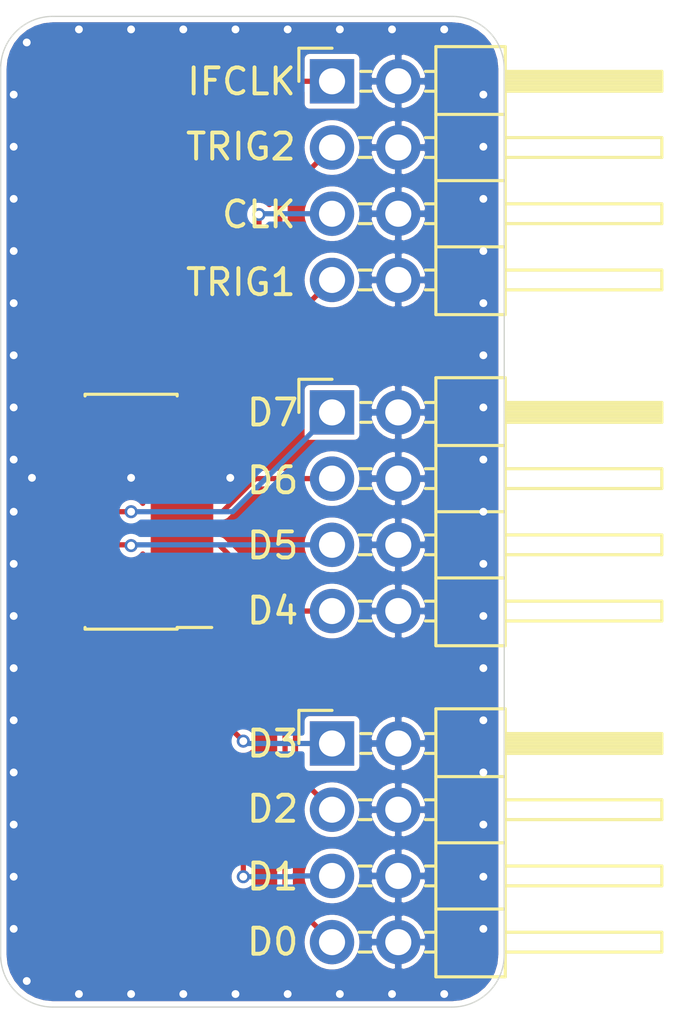
<source format=kicad_pcb>
(kicad_pcb (version 20171130) (host pcbnew 5.1.2-f72e74a~84~ubuntu18.04.1)

  (general
    (thickness 1.6)
    (drawings 20)
    (tracks 113)
    (zones 0)
    (modules 4)
    (nets 14)
  )

  (page A4)
  (title_block
    (title "BitMagic Basic to 100mil header adapter")
    (rev V1.0a)
    (company 1BitSquared)
    (comment 1 "(C) Piotr Esden-Tempski <piotr@esden.net>")
    (comment 2 "(C) 1BitSquared <info@1bitsquared.com>")
  )

  (layers
    (0 F.Cu signal)
    (31 B.Cu signal)
    (32 B.Adhes user)
    (33 F.Adhes user)
    (34 B.Paste user)
    (35 F.Paste user)
    (36 B.SilkS user)
    (37 F.SilkS user)
    (38 B.Mask user)
    (39 F.Mask user)
    (40 Dwgs.User user)
    (41 Cmts.User user)
    (42 Eco1.User user)
    (43 Eco2.User user)
    (44 Edge.Cuts user)
    (45 Margin user)
    (46 B.CrtYd user)
    (47 F.CrtYd user)
    (48 B.Fab user)
    (49 F.Fab user)
  )

  (setup
    (last_trace_width 0.2)
    (trace_clearance 0.2)
    (zone_clearance 0.2)
    (zone_45_only no)
    (trace_min 0.2)
    (via_size 0.5)
    (via_drill 0.3)
    (via_min_size 0.4)
    (via_min_drill 0.3)
    (uvia_size 0.3)
    (uvia_drill 0.1)
    (uvias_allowed no)
    (uvia_min_size 0.2)
    (uvia_min_drill 0.1)
    (edge_width 0.05)
    (segment_width 0.2)
    (pcb_text_width 0.3)
    (pcb_text_size 1.5 1.5)
    (mod_edge_width 0.12)
    (mod_text_size 1 1)
    (mod_text_width 0.15)
    (pad_size 1.524 1.524)
    (pad_drill 0.762)
    (pad_to_mask_clearance 0.05)
    (solder_mask_min_width 0.2)
    (aux_axis_origin 0 0)
    (grid_origin 40 60)
    (visible_elements FFFFFF7F)
    (pcbplotparams
      (layerselection 0x010fc_ffffffff)
      (usegerberextensions false)
      (usegerberattributes false)
      (usegerberadvancedattributes false)
      (creategerberjobfile false)
      (excludeedgelayer true)
      (linewidth 0.300000)
      (plotframeref false)
      (viasonmask false)
      (mode 1)
      (useauxorigin false)
      (hpglpennumber 1)
      (hpglpenspeed 20)
      (hpglpendiameter 15.000000)
      (psnegative false)
      (psa4output false)
      (plotreference true)
      (plotvalue true)
      (plotinvisibletext false)
      (padsonsilk false)
      (subtractmaskfromsilk false)
      (outputformat 1)
      (mirror false)
      (drillshape 1)
      (scaleselection 1)
      (outputdirectory ""))
  )

  (net 0 "")
  (net 1 /IFCLK)
  (net 2 /TRIG2)
  (net 3 /CLK)
  (net 4 /TRIG1)
  (net 5 GND)
  (net 6 /D7)
  (net 7 /D6)
  (net 8 /D5)
  (net 9 /D4)
  (net 10 /D3)
  (net 11 /D2)
  (net 12 /D1)
  (net 13 /D0)

  (net_class Default "This is the default net class."
    (clearance 0.2)
    (trace_width 0.2)
    (via_dia 0.5)
    (via_drill 0.3)
    (uvia_dia 0.3)
    (uvia_drill 0.1)
    (add_net /CLK)
    (add_net /D0)
    (add_net /D1)
    (add_net /D2)
    (add_net /D3)
    (add_net /D4)
    (add_net /D5)
    (add_net /D6)
    (add_net /D7)
    (add_net /IFCLK)
    (add_net /TRIG1)
    (add_net /TRIG2)
    (add_net GND)
  )

  (module Connector_PinHeader_2.54mm:PinHeader_2x04_P2.54mm_Horizontal (layer F.Cu) (tedit 5CF829B6) (tstamp 5CF89931)
    (at 52.7 43.49)
    (descr "Through hole angled pin header, 2x04, 2.54mm pitch, 6mm pin length, double rows")
    (tags "Through hole angled pin header THT 2x04 2.54mm double row")
    (path /5CF84317)
    (fp_text reference J4 (at 5.655 -2.27) (layer F.Fab)
      (effects (font (size 1 1) (thickness 0.15)))
    )
    (fp_text value Conn (at 5.655 9.89) (layer F.Fab)
      (effects (font (size 1 1) (thickness 0.15)))
    )
    (fp_line (start 13.1 -1.8) (end -1.8 -1.8) (layer F.CrtYd) (width 0.05))
    (fp_line (start 13.1 9.4) (end 13.1 -1.8) (layer F.CrtYd) (width 0.05))
    (fp_line (start -1.8 9.4) (end 13.1 9.4) (layer F.CrtYd) (width 0.05))
    (fp_line (start -1.8 -1.8) (end -1.8 9.4) (layer F.CrtYd) (width 0.05))
    (fp_line (start -1.27 -1.27) (end 0 -1.27) (layer F.SilkS) (width 0.12))
    (fp_line (start -1.27 0) (end -1.27 -1.27) (layer F.SilkS) (width 0.12))
    (fp_line (start 1.042929 8) (end 1.497071 8) (layer F.SilkS) (width 0.12))
    (fp_line (start 1.042929 7.24) (end 1.497071 7.24) (layer F.SilkS) (width 0.12))
    (fp_line (start 3.582929 8) (end 3.98 8) (layer F.SilkS) (width 0.12))
    (fp_line (start 3.582929 7.24) (end 3.98 7.24) (layer F.SilkS) (width 0.12))
    (fp_line (start 12.64 8) (end 6.64 8) (layer F.SilkS) (width 0.12))
    (fp_line (start 12.64 7.24) (end 12.64 8) (layer F.SilkS) (width 0.12))
    (fp_line (start 6.64 7.24) (end 12.64 7.24) (layer F.SilkS) (width 0.12))
    (fp_line (start 3.98 6.35) (end 6.64 6.35) (layer F.SilkS) (width 0.12))
    (fp_line (start 1.042929 5.46) (end 1.497071 5.46) (layer F.SilkS) (width 0.12))
    (fp_line (start 1.042929 4.7) (end 1.497071 4.7) (layer F.SilkS) (width 0.12))
    (fp_line (start 3.582929 5.46) (end 3.98 5.46) (layer F.SilkS) (width 0.12))
    (fp_line (start 3.582929 4.7) (end 3.98 4.7) (layer F.SilkS) (width 0.12))
    (fp_line (start 12.64 5.46) (end 6.64 5.46) (layer F.SilkS) (width 0.12))
    (fp_line (start 12.64 4.7) (end 12.64 5.46) (layer F.SilkS) (width 0.12))
    (fp_line (start 6.64 4.7) (end 12.64 4.7) (layer F.SilkS) (width 0.12))
    (fp_line (start 3.98 3.81) (end 6.64 3.81) (layer F.SilkS) (width 0.12))
    (fp_line (start 1.042929 2.92) (end 1.497071 2.92) (layer F.SilkS) (width 0.12))
    (fp_line (start 1.042929 2.16) (end 1.497071 2.16) (layer F.SilkS) (width 0.12))
    (fp_line (start 3.582929 2.92) (end 3.98 2.92) (layer F.SilkS) (width 0.12))
    (fp_line (start 3.582929 2.16) (end 3.98 2.16) (layer F.SilkS) (width 0.12))
    (fp_line (start 12.64 2.92) (end 6.64 2.92) (layer F.SilkS) (width 0.12))
    (fp_line (start 12.64 2.16) (end 12.64 2.92) (layer F.SilkS) (width 0.12))
    (fp_line (start 6.64 2.16) (end 12.64 2.16) (layer F.SilkS) (width 0.12))
    (fp_line (start 3.98 1.27) (end 6.64 1.27) (layer F.SilkS) (width 0.12))
    (fp_line (start 1.11 0.38) (end 1.497071 0.38) (layer F.SilkS) (width 0.12))
    (fp_line (start 1.11 -0.38) (end 1.497071 -0.38) (layer F.SilkS) (width 0.12))
    (fp_line (start 3.582929 0.38) (end 3.98 0.38) (layer F.SilkS) (width 0.12))
    (fp_line (start 3.582929 -0.38) (end 3.98 -0.38) (layer F.SilkS) (width 0.12))
    (fp_line (start 6.64 0.28) (end 12.64 0.28) (layer F.SilkS) (width 0.12))
    (fp_line (start 6.64 0.16) (end 12.64 0.16) (layer F.SilkS) (width 0.12))
    (fp_line (start 6.64 0.04) (end 12.64 0.04) (layer F.SilkS) (width 0.12))
    (fp_line (start 6.64 -0.08) (end 12.64 -0.08) (layer F.SilkS) (width 0.12))
    (fp_line (start 6.64 -0.2) (end 12.64 -0.2) (layer F.SilkS) (width 0.12))
    (fp_line (start 6.64 -0.32) (end 12.64 -0.32) (layer F.SilkS) (width 0.12))
    (fp_line (start 12.64 0.38) (end 6.64 0.38) (layer F.SilkS) (width 0.12))
    (fp_line (start 12.64 -0.38) (end 12.64 0.38) (layer F.SilkS) (width 0.12))
    (fp_line (start 6.64 -0.38) (end 12.64 -0.38) (layer F.SilkS) (width 0.12))
    (fp_line (start 6.64 -1.33) (end 3.98 -1.33) (layer F.SilkS) (width 0.12))
    (fp_line (start 6.64 8.95) (end 6.64 -1.33) (layer F.SilkS) (width 0.12))
    (fp_line (start 3.98 8.95) (end 6.64 8.95) (layer F.SilkS) (width 0.12))
    (fp_line (start 3.98 -1.33) (end 3.98 8.95) (layer F.SilkS) (width 0.12))
    (fp_line (start 6.58 7.94) (end 12.58 7.94) (layer F.Fab) (width 0.1))
    (fp_line (start 12.58 7.3) (end 12.58 7.94) (layer F.Fab) (width 0.1))
    (fp_line (start 6.58 7.3) (end 12.58 7.3) (layer F.Fab) (width 0.1))
    (fp_line (start -0.32 7.94) (end 4.04 7.94) (layer F.Fab) (width 0.1))
    (fp_line (start -0.32 7.3) (end -0.32 7.94) (layer F.Fab) (width 0.1))
    (fp_line (start -0.32 7.3) (end 4.04 7.3) (layer F.Fab) (width 0.1))
    (fp_line (start 6.58 5.4) (end 12.58 5.4) (layer F.Fab) (width 0.1))
    (fp_line (start 12.58 4.76) (end 12.58 5.4) (layer F.Fab) (width 0.1))
    (fp_line (start 6.58 4.76) (end 12.58 4.76) (layer F.Fab) (width 0.1))
    (fp_line (start -0.32 5.4) (end 4.04 5.4) (layer F.Fab) (width 0.1))
    (fp_line (start -0.32 4.76) (end -0.32 5.4) (layer F.Fab) (width 0.1))
    (fp_line (start -0.32 4.76) (end 4.04 4.76) (layer F.Fab) (width 0.1))
    (fp_line (start 6.58 2.86) (end 12.58 2.86) (layer F.Fab) (width 0.1))
    (fp_line (start 12.58 2.22) (end 12.58 2.86) (layer F.Fab) (width 0.1))
    (fp_line (start 6.58 2.22) (end 12.58 2.22) (layer F.Fab) (width 0.1))
    (fp_line (start -0.32 2.86) (end 4.04 2.86) (layer F.Fab) (width 0.1))
    (fp_line (start -0.32 2.22) (end -0.32 2.86) (layer F.Fab) (width 0.1))
    (fp_line (start -0.32 2.22) (end 4.04 2.22) (layer F.Fab) (width 0.1))
    (fp_line (start 6.58 0.32) (end 12.58 0.32) (layer F.Fab) (width 0.1))
    (fp_line (start 12.58 -0.32) (end 12.58 0.32) (layer F.Fab) (width 0.1))
    (fp_line (start 6.58 -0.32) (end 12.58 -0.32) (layer F.Fab) (width 0.1))
    (fp_line (start -0.32 0.32) (end 4.04 0.32) (layer F.Fab) (width 0.1))
    (fp_line (start -0.32 -0.32) (end -0.32 0.32) (layer F.Fab) (width 0.1))
    (fp_line (start -0.32 -0.32) (end 4.04 -0.32) (layer F.Fab) (width 0.1))
    (fp_line (start 4.04 -0.635) (end 4.675 -1.27) (layer F.Fab) (width 0.1))
    (fp_line (start 4.04 8.89) (end 4.04 -0.635) (layer F.Fab) (width 0.1))
    (fp_line (start 6.58 8.89) (end 4.04 8.89) (layer F.Fab) (width 0.1))
    (fp_line (start 6.58 -1.27) (end 6.58 8.89) (layer F.Fab) (width 0.1))
    (fp_line (start 4.675 -1.27) (end 6.58 -1.27) (layer F.Fab) (width 0.1))
    (pad 8 thru_hole oval (at 2.54 7.62) (size 1.7 1.7) (drill 1) (layers *.Cu *.Mask)
      (net 5 GND))
    (pad 7 thru_hole oval (at 0 7.62) (size 1.7 1.7) (drill 1) (layers *.Cu *.Mask)
      (net 4 /TRIG1))
    (pad 6 thru_hole oval (at 2.54 5.08) (size 1.7 1.7) (drill 1) (layers *.Cu *.Mask)
      (net 5 GND))
    (pad 5 thru_hole oval (at 0 5.08) (size 1.7 1.7) (drill 1) (layers *.Cu *.Mask)
      (net 3 /CLK))
    (pad 4 thru_hole oval (at 2.54 2.54) (size 1.7 1.7) (drill 1) (layers *.Cu *.Mask)
      (net 5 GND))
    (pad 3 thru_hole oval (at 0 2.54) (size 1.7 1.7) (drill 1) (layers *.Cu *.Mask)
      (net 2 /TRIG2))
    (pad 2 thru_hole oval (at 2.54 0) (size 1.7 1.7) (drill 1) (layers *.Cu *.Mask)
      (net 5 GND))
    (pad 1 thru_hole rect (at 0 0) (size 1.7 1.7) (drill 1) (layers *.Cu *.Mask)
      (net 1 /IFCLK))
    (model ${KISYS3DMOD}/Connector_PinHeader_2.54mm.3dshapes/PinHeader_2x04_P2.54mm_Horizontal.wrl
      (at (xyz 0 0 0))
      (scale (xyz 1 1 1))
      (rotate (xyz 0 0 0))
    )
  )

  (module Connector_PinHeader_2.54mm:PinHeader_2x04_P2.54mm_Horizontal (layer F.Cu) (tedit 5CF829AD) (tstamp 5CF82FED)
    (at 52.7 68.89)
    (descr "Through hole angled pin header, 2x04, 2.54mm pitch, 6mm pin length, double rows")
    (tags "Through hole angled pin header THT 2x04 2.54mm double row")
    (path /5CF82FAC)
    (fp_text reference J2 (at 5.655 -2.27) (layer F.Fab)
      (effects (font (size 1 1) (thickness 0.15)))
    )
    (fp_text value Conn (at 5.655 9.89) (layer F.Fab)
      (effects (font (size 1 1) (thickness 0.15)))
    )
    (fp_line (start 13.1 -1.8) (end -1.8 -1.8) (layer F.CrtYd) (width 0.05))
    (fp_line (start 13.1 9.4) (end 13.1 -1.8) (layer F.CrtYd) (width 0.05))
    (fp_line (start -1.8 9.4) (end 13.1 9.4) (layer F.CrtYd) (width 0.05))
    (fp_line (start -1.8 -1.8) (end -1.8 9.4) (layer F.CrtYd) (width 0.05))
    (fp_line (start -1.27 -1.27) (end 0 -1.27) (layer F.SilkS) (width 0.12))
    (fp_line (start -1.27 0) (end -1.27 -1.27) (layer F.SilkS) (width 0.12))
    (fp_line (start 1.042929 8) (end 1.497071 8) (layer F.SilkS) (width 0.12))
    (fp_line (start 1.042929 7.24) (end 1.497071 7.24) (layer F.SilkS) (width 0.12))
    (fp_line (start 3.582929 8) (end 3.98 8) (layer F.SilkS) (width 0.12))
    (fp_line (start 3.582929 7.24) (end 3.98 7.24) (layer F.SilkS) (width 0.12))
    (fp_line (start 12.64 8) (end 6.64 8) (layer F.SilkS) (width 0.12))
    (fp_line (start 12.64 7.24) (end 12.64 8) (layer F.SilkS) (width 0.12))
    (fp_line (start 6.64 7.24) (end 12.64 7.24) (layer F.SilkS) (width 0.12))
    (fp_line (start 3.98 6.35) (end 6.64 6.35) (layer F.SilkS) (width 0.12))
    (fp_line (start 1.042929 5.46) (end 1.497071 5.46) (layer F.SilkS) (width 0.12))
    (fp_line (start 1.042929 4.7) (end 1.497071 4.7) (layer F.SilkS) (width 0.12))
    (fp_line (start 3.582929 5.46) (end 3.98 5.46) (layer F.SilkS) (width 0.12))
    (fp_line (start 3.582929 4.7) (end 3.98 4.7) (layer F.SilkS) (width 0.12))
    (fp_line (start 12.64 5.46) (end 6.64 5.46) (layer F.SilkS) (width 0.12))
    (fp_line (start 12.64 4.7) (end 12.64 5.46) (layer F.SilkS) (width 0.12))
    (fp_line (start 6.64 4.7) (end 12.64 4.7) (layer F.SilkS) (width 0.12))
    (fp_line (start 3.98 3.81) (end 6.64 3.81) (layer F.SilkS) (width 0.12))
    (fp_line (start 1.042929 2.92) (end 1.497071 2.92) (layer F.SilkS) (width 0.12))
    (fp_line (start 1.042929 2.16) (end 1.497071 2.16) (layer F.SilkS) (width 0.12))
    (fp_line (start 3.582929 2.92) (end 3.98 2.92) (layer F.SilkS) (width 0.12))
    (fp_line (start 3.582929 2.16) (end 3.98 2.16) (layer F.SilkS) (width 0.12))
    (fp_line (start 12.64 2.92) (end 6.64 2.92) (layer F.SilkS) (width 0.12))
    (fp_line (start 12.64 2.16) (end 12.64 2.92) (layer F.SilkS) (width 0.12))
    (fp_line (start 6.64 2.16) (end 12.64 2.16) (layer F.SilkS) (width 0.12))
    (fp_line (start 3.98 1.27) (end 6.64 1.27) (layer F.SilkS) (width 0.12))
    (fp_line (start 1.11 0.38) (end 1.497071 0.38) (layer F.SilkS) (width 0.12))
    (fp_line (start 1.11 -0.38) (end 1.497071 -0.38) (layer F.SilkS) (width 0.12))
    (fp_line (start 3.582929 0.38) (end 3.98 0.38) (layer F.SilkS) (width 0.12))
    (fp_line (start 3.582929 -0.38) (end 3.98 -0.38) (layer F.SilkS) (width 0.12))
    (fp_line (start 6.64 0.28) (end 12.64 0.28) (layer F.SilkS) (width 0.12))
    (fp_line (start 6.64 0.16) (end 12.64 0.16) (layer F.SilkS) (width 0.12))
    (fp_line (start 6.64 0.04) (end 12.64 0.04) (layer F.SilkS) (width 0.12))
    (fp_line (start 6.64 -0.08) (end 12.64 -0.08) (layer F.SilkS) (width 0.12))
    (fp_line (start 6.64 -0.2) (end 12.64 -0.2) (layer F.SilkS) (width 0.12))
    (fp_line (start 6.64 -0.32) (end 12.64 -0.32) (layer F.SilkS) (width 0.12))
    (fp_line (start 12.64 0.38) (end 6.64 0.38) (layer F.SilkS) (width 0.12))
    (fp_line (start 12.64 -0.38) (end 12.64 0.38) (layer F.SilkS) (width 0.12))
    (fp_line (start 6.64 -0.38) (end 12.64 -0.38) (layer F.SilkS) (width 0.12))
    (fp_line (start 6.64 -1.33) (end 3.98 -1.33) (layer F.SilkS) (width 0.12))
    (fp_line (start 6.64 8.95) (end 6.64 -1.33) (layer F.SilkS) (width 0.12))
    (fp_line (start 3.98 8.95) (end 6.64 8.95) (layer F.SilkS) (width 0.12))
    (fp_line (start 3.98 -1.33) (end 3.98 8.95) (layer F.SilkS) (width 0.12))
    (fp_line (start 6.58 7.94) (end 12.58 7.94) (layer F.Fab) (width 0.1))
    (fp_line (start 12.58 7.3) (end 12.58 7.94) (layer F.Fab) (width 0.1))
    (fp_line (start 6.58 7.3) (end 12.58 7.3) (layer F.Fab) (width 0.1))
    (fp_line (start -0.32 7.94) (end 4.04 7.94) (layer F.Fab) (width 0.1))
    (fp_line (start -0.32 7.3) (end -0.32 7.94) (layer F.Fab) (width 0.1))
    (fp_line (start -0.32 7.3) (end 4.04 7.3) (layer F.Fab) (width 0.1))
    (fp_line (start 6.58 5.4) (end 12.58 5.4) (layer F.Fab) (width 0.1))
    (fp_line (start 12.58 4.76) (end 12.58 5.4) (layer F.Fab) (width 0.1))
    (fp_line (start 6.58 4.76) (end 12.58 4.76) (layer F.Fab) (width 0.1))
    (fp_line (start -0.32 5.4) (end 4.04 5.4) (layer F.Fab) (width 0.1))
    (fp_line (start -0.32 4.76) (end -0.32 5.4) (layer F.Fab) (width 0.1))
    (fp_line (start -0.32 4.76) (end 4.04 4.76) (layer F.Fab) (width 0.1))
    (fp_line (start 6.58 2.86) (end 12.58 2.86) (layer F.Fab) (width 0.1))
    (fp_line (start 12.58 2.22) (end 12.58 2.86) (layer F.Fab) (width 0.1))
    (fp_line (start 6.58 2.22) (end 12.58 2.22) (layer F.Fab) (width 0.1))
    (fp_line (start -0.32 2.86) (end 4.04 2.86) (layer F.Fab) (width 0.1))
    (fp_line (start -0.32 2.22) (end -0.32 2.86) (layer F.Fab) (width 0.1))
    (fp_line (start -0.32 2.22) (end 4.04 2.22) (layer F.Fab) (width 0.1))
    (fp_line (start 6.58 0.32) (end 12.58 0.32) (layer F.Fab) (width 0.1))
    (fp_line (start 12.58 -0.32) (end 12.58 0.32) (layer F.Fab) (width 0.1))
    (fp_line (start 6.58 -0.32) (end 12.58 -0.32) (layer F.Fab) (width 0.1))
    (fp_line (start -0.32 0.32) (end 4.04 0.32) (layer F.Fab) (width 0.1))
    (fp_line (start -0.32 -0.32) (end -0.32 0.32) (layer F.Fab) (width 0.1))
    (fp_line (start -0.32 -0.32) (end 4.04 -0.32) (layer F.Fab) (width 0.1))
    (fp_line (start 4.04 -0.635) (end 4.675 -1.27) (layer F.Fab) (width 0.1))
    (fp_line (start 4.04 8.89) (end 4.04 -0.635) (layer F.Fab) (width 0.1))
    (fp_line (start 6.58 8.89) (end 4.04 8.89) (layer F.Fab) (width 0.1))
    (fp_line (start 6.58 -1.27) (end 6.58 8.89) (layer F.Fab) (width 0.1))
    (fp_line (start 4.675 -1.27) (end 6.58 -1.27) (layer F.Fab) (width 0.1))
    (pad 8 thru_hole oval (at 2.54 7.62) (size 1.7 1.7) (drill 1) (layers *.Cu *.Mask)
      (net 5 GND))
    (pad 7 thru_hole oval (at 0 7.62) (size 1.7 1.7) (drill 1) (layers *.Cu *.Mask)
      (net 13 /D0))
    (pad 6 thru_hole oval (at 2.54 5.08) (size 1.7 1.7) (drill 1) (layers *.Cu *.Mask)
      (net 5 GND))
    (pad 5 thru_hole oval (at 0 5.08) (size 1.7 1.7) (drill 1) (layers *.Cu *.Mask)
      (net 12 /D1))
    (pad 4 thru_hole oval (at 2.54 2.54) (size 1.7 1.7) (drill 1) (layers *.Cu *.Mask)
      (net 5 GND))
    (pad 3 thru_hole oval (at 0 2.54) (size 1.7 1.7) (drill 1) (layers *.Cu *.Mask)
      (net 11 /D2))
    (pad 2 thru_hole oval (at 2.54 0) (size 1.7 1.7) (drill 1) (layers *.Cu *.Mask)
      (net 5 GND))
    (pad 1 thru_hole rect (at 0 0) (size 1.7 1.7) (drill 1) (layers *.Cu *.Mask)
      (net 10 /D3))
    (model ${KISYS3DMOD}/Connector_PinHeader_2.54mm.3dshapes/PinHeader_2x04_P2.54mm_Horizontal.wrl
      (at (xyz 0 0 0))
      (scale (xyz 1 1 1))
      (rotate (xyz 0 0 0))
    )
  )

  (module Connector_PinHeader_2.54mm:PinHeader_2x04_P2.54mm_Horizontal (layer F.Cu) (tedit 5CF829A1) (tstamp 5CF83046)
    (at 52.7 56.19)
    (descr "Through hole angled pin header, 2x04, 2.54mm pitch, 6mm pin length, double rows")
    (tags "Through hole angled pin header THT 2x04 2.54mm double row")
    (path /5CF83A87)
    (fp_text reference J3 (at 5.655 -2.27) (layer F.Fab)
      (effects (font (size 1 1) (thickness 0.15)))
    )
    (fp_text value Conn (at 5.655 9.89) (layer F.Fab)
      (effects (font (size 1 1) (thickness 0.15)))
    )
    (fp_line (start 13.1 -1.8) (end -1.8 -1.8) (layer F.CrtYd) (width 0.05))
    (fp_line (start 13.1 9.4) (end 13.1 -1.8) (layer F.CrtYd) (width 0.05))
    (fp_line (start -1.8 9.4) (end 13.1 9.4) (layer F.CrtYd) (width 0.05))
    (fp_line (start -1.8 -1.8) (end -1.8 9.4) (layer F.CrtYd) (width 0.05))
    (fp_line (start -1.27 -1.27) (end 0 -1.27) (layer F.SilkS) (width 0.12))
    (fp_line (start -1.27 0) (end -1.27 -1.27) (layer F.SilkS) (width 0.12))
    (fp_line (start 1.042929 8) (end 1.497071 8) (layer F.SilkS) (width 0.12))
    (fp_line (start 1.042929 7.24) (end 1.497071 7.24) (layer F.SilkS) (width 0.12))
    (fp_line (start 3.582929 8) (end 3.98 8) (layer F.SilkS) (width 0.12))
    (fp_line (start 3.582929 7.24) (end 3.98 7.24) (layer F.SilkS) (width 0.12))
    (fp_line (start 12.64 8) (end 6.64 8) (layer F.SilkS) (width 0.12))
    (fp_line (start 12.64 7.24) (end 12.64 8) (layer F.SilkS) (width 0.12))
    (fp_line (start 6.64 7.24) (end 12.64 7.24) (layer F.SilkS) (width 0.12))
    (fp_line (start 3.98 6.35) (end 6.64 6.35) (layer F.SilkS) (width 0.12))
    (fp_line (start 1.042929 5.46) (end 1.497071 5.46) (layer F.SilkS) (width 0.12))
    (fp_line (start 1.042929 4.7) (end 1.497071 4.7) (layer F.SilkS) (width 0.12))
    (fp_line (start 3.582929 5.46) (end 3.98 5.46) (layer F.SilkS) (width 0.12))
    (fp_line (start 3.582929 4.7) (end 3.98 4.7) (layer F.SilkS) (width 0.12))
    (fp_line (start 12.64 5.46) (end 6.64 5.46) (layer F.SilkS) (width 0.12))
    (fp_line (start 12.64 4.7) (end 12.64 5.46) (layer F.SilkS) (width 0.12))
    (fp_line (start 6.64 4.7) (end 12.64 4.7) (layer F.SilkS) (width 0.12))
    (fp_line (start 3.98 3.81) (end 6.64 3.81) (layer F.SilkS) (width 0.12))
    (fp_line (start 1.042929 2.92) (end 1.497071 2.92) (layer F.SilkS) (width 0.12))
    (fp_line (start 1.042929 2.16) (end 1.497071 2.16) (layer F.SilkS) (width 0.12))
    (fp_line (start 3.582929 2.92) (end 3.98 2.92) (layer F.SilkS) (width 0.12))
    (fp_line (start 3.582929 2.16) (end 3.98 2.16) (layer F.SilkS) (width 0.12))
    (fp_line (start 12.64 2.92) (end 6.64 2.92) (layer F.SilkS) (width 0.12))
    (fp_line (start 12.64 2.16) (end 12.64 2.92) (layer F.SilkS) (width 0.12))
    (fp_line (start 6.64 2.16) (end 12.64 2.16) (layer F.SilkS) (width 0.12))
    (fp_line (start 3.98 1.27) (end 6.64 1.27) (layer F.SilkS) (width 0.12))
    (fp_line (start 1.11 0.38) (end 1.497071 0.38) (layer F.SilkS) (width 0.12))
    (fp_line (start 1.11 -0.38) (end 1.497071 -0.38) (layer F.SilkS) (width 0.12))
    (fp_line (start 3.582929 0.38) (end 3.98 0.38) (layer F.SilkS) (width 0.12))
    (fp_line (start 3.582929 -0.38) (end 3.98 -0.38) (layer F.SilkS) (width 0.12))
    (fp_line (start 6.64 0.28) (end 12.64 0.28) (layer F.SilkS) (width 0.12))
    (fp_line (start 6.64 0.16) (end 12.64 0.16) (layer F.SilkS) (width 0.12))
    (fp_line (start 6.64 0.04) (end 12.64 0.04) (layer F.SilkS) (width 0.12))
    (fp_line (start 6.64 -0.08) (end 12.64 -0.08) (layer F.SilkS) (width 0.12))
    (fp_line (start 6.64 -0.2) (end 12.64 -0.2) (layer F.SilkS) (width 0.12))
    (fp_line (start 6.64 -0.32) (end 12.64 -0.32) (layer F.SilkS) (width 0.12))
    (fp_line (start 12.64 0.38) (end 6.64 0.38) (layer F.SilkS) (width 0.12))
    (fp_line (start 12.64 -0.38) (end 12.64 0.38) (layer F.SilkS) (width 0.12))
    (fp_line (start 6.64 -0.38) (end 12.64 -0.38) (layer F.SilkS) (width 0.12))
    (fp_line (start 6.64 -1.33) (end 3.98 -1.33) (layer F.SilkS) (width 0.12))
    (fp_line (start 6.64 8.95) (end 6.64 -1.33) (layer F.SilkS) (width 0.12))
    (fp_line (start 3.98 8.95) (end 6.64 8.95) (layer F.SilkS) (width 0.12))
    (fp_line (start 3.98 -1.33) (end 3.98 8.95) (layer F.SilkS) (width 0.12))
    (fp_line (start 6.58 7.94) (end 12.58 7.94) (layer F.Fab) (width 0.1))
    (fp_line (start 12.58 7.3) (end 12.58 7.94) (layer F.Fab) (width 0.1))
    (fp_line (start 6.58 7.3) (end 12.58 7.3) (layer F.Fab) (width 0.1))
    (fp_line (start -0.32 7.94) (end 4.04 7.94) (layer F.Fab) (width 0.1))
    (fp_line (start -0.32 7.3) (end -0.32 7.94) (layer F.Fab) (width 0.1))
    (fp_line (start -0.32 7.3) (end 4.04 7.3) (layer F.Fab) (width 0.1))
    (fp_line (start 6.58 5.4) (end 12.58 5.4) (layer F.Fab) (width 0.1))
    (fp_line (start 12.58 4.76) (end 12.58 5.4) (layer F.Fab) (width 0.1))
    (fp_line (start 6.58 4.76) (end 12.58 4.76) (layer F.Fab) (width 0.1))
    (fp_line (start -0.32 5.4) (end 4.04 5.4) (layer F.Fab) (width 0.1))
    (fp_line (start -0.32 4.76) (end -0.32 5.4) (layer F.Fab) (width 0.1))
    (fp_line (start -0.32 4.76) (end 4.04 4.76) (layer F.Fab) (width 0.1))
    (fp_line (start 6.58 2.86) (end 12.58 2.86) (layer F.Fab) (width 0.1))
    (fp_line (start 12.58 2.22) (end 12.58 2.86) (layer F.Fab) (width 0.1))
    (fp_line (start 6.58 2.22) (end 12.58 2.22) (layer F.Fab) (width 0.1))
    (fp_line (start -0.32 2.86) (end 4.04 2.86) (layer F.Fab) (width 0.1))
    (fp_line (start -0.32 2.22) (end -0.32 2.86) (layer F.Fab) (width 0.1))
    (fp_line (start -0.32 2.22) (end 4.04 2.22) (layer F.Fab) (width 0.1))
    (fp_line (start 6.58 0.32) (end 12.58 0.32) (layer F.Fab) (width 0.1))
    (fp_line (start 12.58 -0.32) (end 12.58 0.32) (layer F.Fab) (width 0.1))
    (fp_line (start 6.58 -0.32) (end 12.58 -0.32) (layer F.Fab) (width 0.1))
    (fp_line (start -0.32 0.32) (end 4.04 0.32) (layer F.Fab) (width 0.1))
    (fp_line (start -0.32 -0.32) (end -0.32 0.32) (layer F.Fab) (width 0.1))
    (fp_line (start -0.32 -0.32) (end 4.04 -0.32) (layer F.Fab) (width 0.1))
    (fp_line (start 4.04 -0.635) (end 4.675 -1.27) (layer F.Fab) (width 0.1))
    (fp_line (start 4.04 8.89) (end 4.04 -0.635) (layer F.Fab) (width 0.1))
    (fp_line (start 6.58 8.89) (end 4.04 8.89) (layer F.Fab) (width 0.1))
    (fp_line (start 6.58 -1.27) (end 6.58 8.89) (layer F.Fab) (width 0.1))
    (fp_line (start 4.675 -1.27) (end 6.58 -1.27) (layer F.Fab) (width 0.1))
    (pad 8 thru_hole oval (at 2.54 7.62) (size 1.7 1.7) (drill 1) (layers *.Cu *.Mask)
      (net 5 GND))
    (pad 7 thru_hole oval (at 0 7.62) (size 1.7 1.7) (drill 1) (layers *.Cu *.Mask)
      (net 9 /D4))
    (pad 6 thru_hole oval (at 2.54 5.08) (size 1.7 1.7) (drill 1) (layers *.Cu *.Mask)
      (net 5 GND))
    (pad 5 thru_hole oval (at 0 5.08) (size 1.7 1.7) (drill 1) (layers *.Cu *.Mask)
      (net 8 /D5))
    (pad 4 thru_hole oval (at 2.54 2.54) (size 1.7 1.7) (drill 1) (layers *.Cu *.Mask)
      (net 5 GND))
    (pad 3 thru_hole oval (at 0 2.54) (size 1.7 1.7) (drill 1) (layers *.Cu *.Mask)
      (net 7 /D6))
    (pad 2 thru_hole oval (at 2.54 0) (size 1.7 1.7) (drill 1) (layers *.Cu *.Mask)
      (net 5 GND))
    (pad 1 thru_hole rect (at 0 0) (size 1.7 1.7) (drill 1) (layers *.Cu *.Mask)
      (net 6 /D7))
    (model ${KISYS3DMOD}/Connector_PinHeader_2.54mm.3dshapes/PinHeader_2x04_P2.54mm_Horizontal.wrl
      (at (xyz 0 0 0))
      (scale (xyz 1 1 1))
      (rotate (xyz 0 0 0))
    )
  )

  (module Connector_PinHeader_1.27mm:PinHeader_2x07_P1.27mm_Vertical_SMD (layer F.Cu) (tedit 5CF82992) (tstamp 5CF89782)
    (at 45 60 180)
    (descr "surface-mounted straight pin header, 2x07, 1.27mm pitch, double rows")
    (tags "Surface mounted pin header SMD 2x07 1.27mm double row")
    (path /5CF98673)
    (attr smd)
    (fp_text reference J1 (at 0 -5.505) (layer F.Fab)
      (effects (font (size 1 1) (thickness 0.15)))
    )
    (fp_text value Conn (at 0 5.505) (layer F.Fab)
      (effects (font (size 1 1) (thickness 0.15)))
    )
    (fp_line (start 4.3 -4.95) (end -4.3 -4.95) (layer F.CrtYd) (width 0.05))
    (fp_line (start 4.3 4.95) (end 4.3 -4.95) (layer F.CrtYd) (width 0.05))
    (fp_line (start -4.3 4.95) (end 4.3 4.95) (layer F.CrtYd) (width 0.05))
    (fp_line (start -4.3 -4.95) (end -4.3 4.95) (layer F.CrtYd) (width 0.05))
    (fp_line (start 1.765 4.44) (end 1.765 4.505) (layer F.SilkS) (width 0.12))
    (fp_line (start -1.765 4.44) (end -1.765 4.505) (layer F.SilkS) (width 0.12))
    (fp_line (start 1.765 -4.505) (end 1.765 -4.44) (layer F.SilkS) (width 0.12))
    (fp_line (start -1.765 -4.505) (end -1.765 -4.44) (layer F.SilkS) (width 0.12))
    (fp_line (start -3.09 -4.44) (end -1.765 -4.44) (layer F.SilkS) (width 0.12))
    (fp_line (start -1.765 4.505) (end 1.765 4.505) (layer F.SilkS) (width 0.12))
    (fp_line (start -1.765 -4.505) (end 1.765 -4.505) (layer F.SilkS) (width 0.12))
    (fp_line (start 2.75 4.01) (end 1.705 4.01) (layer F.Fab) (width 0.1))
    (fp_line (start 2.75 3.61) (end 2.75 4.01) (layer F.Fab) (width 0.1))
    (fp_line (start 1.705 3.61) (end 2.75 3.61) (layer F.Fab) (width 0.1))
    (fp_line (start -2.75 4.01) (end -1.705 4.01) (layer F.Fab) (width 0.1))
    (fp_line (start -2.75 3.61) (end -2.75 4.01) (layer F.Fab) (width 0.1))
    (fp_line (start -1.705 3.61) (end -2.75 3.61) (layer F.Fab) (width 0.1))
    (fp_line (start 2.75 2.74) (end 1.705 2.74) (layer F.Fab) (width 0.1))
    (fp_line (start 2.75 2.34) (end 2.75 2.74) (layer F.Fab) (width 0.1))
    (fp_line (start 1.705 2.34) (end 2.75 2.34) (layer F.Fab) (width 0.1))
    (fp_line (start -2.75 2.74) (end -1.705 2.74) (layer F.Fab) (width 0.1))
    (fp_line (start -2.75 2.34) (end -2.75 2.74) (layer F.Fab) (width 0.1))
    (fp_line (start -1.705 2.34) (end -2.75 2.34) (layer F.Fab) (width 0.1))
    (fp_line (start 2.75 1.47) (end 1.705 1.47) (layer F.Fab) (width 0.1))
    (fp_line (start 2.75 1.07) (end 2.75 1.47) (layer F.Fab) (width 0.1))
    (fp_line (start 1.705 1.07) (end 2.75 1.07) (layer F.Fab) (width 0.1))
    (fp_line (start -2.75 1.47) (end -1.705 1.47) (layer F.Fab) (width 0.1))
    (fp_line (start -2.75 1.07) (end -2.75 1.47) (layer F.Fab) (width 0.1))
    (fp_line (start -1.705 1.07) (end -2.75 1.07) (layer F.Fab) (width 0.1))
    (fp_line (start 2.75 0.2) (end 1.705 0.2) (layer F.Fab) (width 0.1))
    (fp_line (start 2.75 -0.2) (end 2.75 0.2) (layer F.Fab) (width 0.1))
    (fp_line (start 1.705 -0.2) (end 2.75 -0.2) (layer F.Fab) (width 0.1))
    (fp_line (start -2.75 0.2) (end -1.705 0.2) (layer F.Fab) (width 0.1))
    (fp_line (start -2.75 -0.2) (end -2.75 0.2) (layer F.Fab) (width 0.1))
    (fp_line (start -1.705 -0.2) (end -2.75 -0.2) (layer F.Fab) (width 0.1))
    (fp_line (start 2.75 -1.07) (end 1.705 -1.07) (layer F.Fab) (width 0.1))
    (fp_line (start 2.75 -1.47) (end 2.75 -1.07) (layer F.Fab) (width 0.1))
    (fp_line (start 1.705 -1.47) (end 2.75 -1.47) (layer F.Fab) (width 0.1))
    (fp_line (start -2.75 -1.07) (end -1.705 -1.07) (layer F.Fab) (width 0.1))
    (fp_line (start -2.75 -1.47) (end -2.75 -1.07) (layer F.Fab) (width 0.1))
    (fp_line (start -1.705 -1.47) (end -2.75 -1.47) (layer F.Fab) (width 0.1))
    (fp_line (start 2.75 -2.34) (end 1.705 -2.34) (layer F.Fab) (width 0.1))
    (fp_line (start 2.75 -2.74) (end 2.75 -2.34) (layer F.Fab) (width 0.1))
    (fp_line (start 1.705 -2.74) (end 2.75 -2.74) (layer F.Fab) (width 0.1))
    (fp_line (start -2.75 -2.34) (end -1.705 -2.34) (layer F.Fab) (width 0.1))
    (fp_line (start -2.75 -2.74) (end -2.75 -2.34) (layer F.Fab) (width 0.1))
    (fp_line (start -1.705 -2.74) (end -2.75 -2.74) (layer F.Fab) (width 0.1))
    (fp_line (start 2.75 -3.61) (end 1.705 -3.61) (layer F.Fab) (width 0.1))
    (fp_line (start 2.75 -4.01) (end 2.75 -3.61) (layer F.Fab) (width 0.1))
    (fp_line (start 1.705 -4.01) (end 2.75 -4.01) (layer F.Fab) (width 0.1))
    (fp_line (start -2.75 -3.61) (end -1.705 -3.61) (layer F.Fab) (width 0.1))
    (fp_line (start -2.75 -4.01) (end -2.75 -3.61) (layer F.Fab) (width 0.1))
    (fp_line (start -1.705 -4.01) (end -2.75 -4.01) (layer F.Fab) (width 0.1))
    (fp_line (start 1.705 -4.445) (end 1.705 4.445) (layer F.Fab) (width 0.1))
    (fp_line (start -1.705 -4.01) (end -1.27 -4.445) (layer F.Fab) (width 0.1))
    (fp_line (start -1.705 4.445) (end -1.705 -4.01) (layer F.Fab) (width 0.1))
    (fp_line (start -1.27 -4.445) (end 1.705 -4.445) (layer F.Fab) (width 0.1))
    (fp_line (start 1.705 4.445) (end -1.705 4.445) (layer F.Fab) (width 0.1))
    (pad 14 smd rect (at 1.95 3.81 180) (size 2.4 0.74) (layers F.Cu F.Paste F.Mask)
      (net 1 /IFCLK))
    (pad 13 smd rect (at -1.95 3.81 180) (size 2.4 0.74) (layers F.Cu F.Paste F.Mask)
      (net 2 /TRIG2))
    (pad 12 smd rect (at 1.95 2.54 180) (size 2.4 0.74) (layers F.Cu F.Paste F.Mask)
      (net 3 /CLK))
    (pad 11 smd rect (at -1.95 2.54 180) (size 2.4 0.74) (layers F.Cu F.Paste F.Mask)
      (net 4 /TRIG1))
    (pad 10 smd rect (at 1.95 1.27 180) (size 2.4 0.74) (layers F.Cu F.Paste F.Mask)
      (net 5 GND))
    (pad 9 smd rect (at -1.95 1.27 180) (size 2.4 0.74) (layers F.Cu F.Paste F.Mask)
      (net 5 GND))
    (pad 8 smd rect (at 1.95 0 180) (size 2.4 0.74) (layers F.Cu F.Paste F.Mask)
      (net 6 /D7))
    (pad 7 smd rect (at -1.95 0 180) (size 2.4 0.74) (layers F.Cu F.Paste F.Mask)
      (net 7 /D6))
    (pad 6 smd rect (at 1.95 -1.27 180) (size 2.4 0.74) (layers F.Cu F.Paste F.Mask)
      (net 8 /D5))
    (pad 5 smd rect (at -1.95 -1.27 180) (size 2.4 0.74) (layers F.Cu F.Paste F.Mask)
      (net 9 /D4))
    (pad 4 smd rect (at 1.95 -2.54 180) (size 2.4 0.74) (layers F.Cu F.Paste F.Mask)
      (net 10 /D3))
    (pad 3 smd rect (at -1.95 -2.54 180) (size 2.4 0.74) (layers F.Cu F.Paste F.Mask)
      (net 11 /D2))
    (pad 2 smd rect (at 1.95 -3.81 180) (size 2.4 0.74) (layers F.Cu F.Paste F.Mask)
      (net 12 /D1))
    (pad 1 smd rect (at -1.95 -3.81 180) (size 2.4 0.74) (layers F.Cu F.Paste F.Mask)
      (net 13 /D0))
    (model ${KISYS3DMOD}/Connector_PinHeader_1.27mm.3dshapes/PinHeader_2x07_P1.27mm_Vertical_SMD.wrl
      (at (xyz 0 0 0))
      (scale (xyz 1 1 1))
      (rotate (xyz 0 0 0))
    )
  )

  (gr_text IFCLK (at 51.4 43.5) (layer F.SilkS) (tstamp 5CF8A35F)
    (effects (font (size 1 1) (thickness 0.15)) (justify right))
  )
  (gr_text TRIG2 (at 51.4 46) (layer F.SilkS) (tstamp 5CF8A35D)
    (effects (font (size 1 1) (thickness 0.15)) (justify right))
  )
  (gr_text CLK (at 51.4 48.6) (layer F.SilkS) (tstamp 5CF8A35B)
    (effects (font (size 1 1) (thickness 0.15)) (justify right))
  )
  (gr_text TRIG1 (at 51.4 51.2) (layer F.SilkS) (tstamp 5CF8A359)
    (effects (font (size 1 1) (thickness 0.15)) (justify right))
  )
  (gr_text D7 (at 51.5 56.2) (layer F.SilkS) (tstamp 5CF8A34B)
    (effects (font (size 1 1) (thickness 0.15)) (justify right))
  )
  (gr_text D6 (at 51.5 58.8) (layer F.SilkS) (tstamp 5CF8A349)
    (effects (font (size 1 1) (thickness 0.15)) (justify right))
  )
  (gr_text D5 (at 51.5 61.3) (layer F.SilkS) (tstamp 5CF8A347)
    (effects (font (size 1 1) (thickness 0.15)) (justify right))
  )
  (gr_text D4 (at 51.5 63.8) (layer F.SilkS) (tstamp 5CF8A345)
    (effects (font (size 1 1) (thickness 0.15)) (justify right))
  )
  (gr_text D3 (at 51.5 68.9) (layer F.SilkS) (tstamp 5CF8A338)
    (effects (font (size 1 1) (thickness 0.15)) (justify right))
  )
  (gr_text D2 (at 51.5 71.4) (layer F.SilkS) (tstamp 5CF8A336)
    (effects (font (size 1 1) (thickness 0.15)) (justify right))
  )
  (gr_text D1 (at 51.5 74) (layer F.SilkS) (tstamp 5CF8A334)
    (effects (font (size 1 1) (thickness 0.15)) (justify right))
  )
  (gr_text D0 (at 51.5 76.5) (layer F.SilkS)
    (effects (font (size 1 1) (thickness 0.15)) (justify right))
  )
  (gr_arc (start 42 43) (end 42 41) (angle -90) (layer Edge.Cuts) (width 0.05))
  (gr_arc (start 57.3 43) (end 59.3 43) (angle -90) (layer Edge.Cuts) (width 0.05))
  (gr_arc (start 57.3 77) (end 57.3 79) (angle -90) (layer Edge.Cuts) (width 0.05))
  (gr_arc (start 42 77) (end 40 77) (angle -90) (layer Edge.Cuts) (width 0.05))
  (gr_line (start 40 77) (end 40 43) (layer Edge.Cuts) (width 0.05))
  (gr_line (start 57.3 79) (end 42 79) (layer Edge.Cuts) (width 0.05))
  (gr_line (start 59.3 43) (end 59.3 77) (layer Edge.Cuts) (width 0.05))
  (gr_line (start 42 41) (end 57.3 41) (layer Edge.Cuts) (width 0.05))

  (segment (start 49.3 49.94) (end 43.05 56.19) (width 0.2) (layer F.Cu) (net 1))
  (segment (start 50.71 46.69) (end 49.3 48.1) (width 0.2) (layer F.Cu) (net 1))
  (segment (start 50.71 44.19) (end 50.71 46.69) (width 0.2) (layer F.Cu) (net 1))
  (segment (start 52.7 43.49) (end 51.41 43.49) (width 0.2) (layer F.Cu) (net 1))
  (segment (start 49.3 48.1) (end 49.3 49.94) (width 0.2) (layer F.Cu) (net 1))
  (segment (start 51.41 43.49) (end 50.71 44.19) (width 0.2) (layer F.Cu) (net 1))
  (segment (start 50.7 48.03) (end 52.7 46.03) (width 0.2) (layer F.Cu) (net 2))
  (segment (start 50.7 54) (end 50.7 48.03) (width 0.2) (layer F.Cu) (net 2))
  (segment (start 46.95 56.19) (end 48.51 56.19) (width 0.2) (layer F.Cu) (net 2))
  (segment (start 48.51 56.19) (end 50.7 54) (width 0.2) (layer F.Cu) (net 2))
  (via (at 49.9 48.6) (size 0.5) (drill 0.3) (layers F.Cu B.Cu) (net 3))
  (segment (start 49.93 48.57) (end 52.7 48.57) (width 0.2) (layer B.Cu) (net 3))
  (segment (start 49.9 48.6) (end 49.93 48.57) (width 0.2) (layer B.Cu) (net 3))
  (segment (start 49.9 50.8) (end 49.9 48.6) (width 0.2) (layer F.Cu) (net 3))
  (segment (start 45 56.350002) (end 45 55.7) (width 0.2) (layer F.Cu) (net 3))
  (segment (start 45 55.7) (end 49.9 50.8) (width 0.2) (layer F.Cu) (net 3))
  (segment (start 43.05 57.46) (end 43.890002 57.46) (width 0.2) (layer F.Cu) (net 3))
  (segment (start 43.890002 57.46) (end 45 56.350002) (width 0.2) (layer F.Cu) (net 3))
  (segment (start 51.2 52.61) (end 52.7 51.11) (width 0.2) (layer F.Cu) (net 4))
  (segment (start 51.2 54.8) (end 51.2 52.61) (width 0.2) (layer F.Cu) (net 4))
  (segment (start 46.95 57.46) (end 48.54 57.46) (width 0.2) (layer F.Cu) (net 4))
  (segment (start 48.54 57.46) (end 51.2 54.8) (width 0.2) (layer F.Cu) (net 4))
  (via (at 45 58.7) (size 0.5) (drill 0.3) (layers F.Cu B.Cu) (net 5))
  (via (at 48.8 58.7) (size 0.5) (drill 0.3) (layers F.Cu B.Cu) (net 5))
  (via (at 41.2 58.7) (size 0.5) (drill 0.3) (layers F.Cu B.Cu) (net 5))
  (via (at 40.5 60) (size 0.5) (drill 0.3) (layers F.Cu B.Cu) (net 5))
  (via (at 40.5 58) (size 0.5) (drill 0.3) (layers F.Cu B.Cu) (net 5))
  (via (at 40.5 56) (size 0.5) (drill 0.3) (layers F.Cu B.Cu) (net 5))
  (via (at 40.5 54) (size 0.5) (drill 0.3) (layers F.Cu B.Cu) (net 5))
  (via (at 40.5 52) (size 0.5) (drill 0.3) (layers F.Cu B.Cu) (net 5))
  (via (at 40.5 62) (size 0.5) (drill 0.3) (layers F.Cu B.Cu) (net 5) (tstamp 5CF8A4C6))
  (via (at 40.5 64) (size 0.5) (drill 0.3) (layers F.Cu B.Cu) (net 5) (tstamp 5CF8A4C8))
  (via (at 40.5 66) (size 0.5) (drill 0.3) (layers F.Cu B.Cu) (net 5) (tstamp 5CF8A4CA))
  (via (at 40.5 68) (size 0.5) (drill 0.3) (layers F.Cu B.Cu) (net 5) (tstamp 5CF8A4CC))
  (via (at 40.5 70) (size 0.5) (drill 0.3) (layers F.Cu B.Cu) (net 5) (tstamp 5CF8A4CE))
  (via (at 40.5 72) (size 0.5) (drill 0.3) (layers F.Cu B.Cu) (net 5) (tstamp 5CF8A4D0))
  (via (at 40.5 74) (size 0.5) (drill 0.3) (layers F.Cu B.Cu) (net 5) (tstamp 5CF8A4D2))
  (via (at 40.5 76) (size 0.5) (drill 0.3) (layers F.Cu B.Cu) (net 5) (tstamp 5CF8A4D4))
  (via (at 41 78) (size 0.5) (drill 0.3) (layers F.Cu B.Cu) (net 5) (tstamp 5CF8A4D6))
  (via (at 43 78.5) (size 0.5) (drill 0.3) (layers F.Cu B.Cu) (net 5) (tstamp 5CF8A4D8))
  (via (at 45 78.5) (size 0.5) (drill 0.3) (layers F.Cu B.Cu) (net 5) (tstamp 5CF8A4DA))
  (via (at 47 78.5) (size 0.5) (drill 0.3) (layers F.Cu B.Cu) (net 5) (tstamp 5CF8A4DC))
  (via (at 49 78.5) (size 0.5) (drill 0.3) (layers F.Cu B.Cu) (net 5) (tstamp 5CF8A4DE))
  (via (at 51 78.5) (size 0.5) (drill 0.3) (layers F.Cu B.Cu) (net 5) (tstamp 5CF8A4E0))
  (via (at 53 78.5) (size 0.5) (drill 0.3) (layers F.Cu B.Cu) (net 5) (tstamp 5CF8A4E2))
  (via (at 55 78.5) (size 0.5) (drill 0.3) (layers F.Cu B.Cu) (net 5) (tstamp 5CF8A4E4))
  (via (at 57 78.5) (size 0.5) (drill 0.3) (layers F.Cu B.Cu) (net 5) (tstamp 5CF8A4E6))
  (via (at 58.5 76) (size 0.5) (drill 0.3) (layers F.Cu B.Cu) (net 5) (tstamp 5CF8A4E8))
  (via (at 58.5 74) (size 0.5) (drill 0.3) (layers F.Cu B.Cu) (net 5) (tstamp 5CF8A4EA))
  (via (at 58.5 72) (size 0.5) (drill 0.3) (layers F.Cu B.Cu) (net 5) (tstamp 5CF8A59E))
  (via (at 58.5 70) (size 0.5) (drill 0.3) (layers F.Cu B.Cu) (net 5) (tstamp 5CF8A5A0))
  (via (at 58.5 68) (size 0.5) (drill 0.3) (layers F.Cu B.Cu) (net 5) (tstamp 5CF8A5A2))
  (via (at 58.5 66) (size 0.5) (drill 0.3) (layers F.Cu B.Cu) (net 5) (tstamp 5CF8A5A4))
  (via (at 58.5 64) (size 0.5) (drill 0.3) (layers F.Cu B.Cu) (net 5) (tstamp 5CF8A5A6))
  (via (at 58.5 62) (size 0.5) (drill 0.3) (layers F.Cu B.Cu) (net 5) (tstamp 5CF8A5A8))
  (via (at 58.5 60) (size 0.5) (drill 0.3) (layers F.Cu B.Cu) (net 5) (tstamp 5CF8A5AA))
  (via (at 58.5 58) (size 0.5) (drill 0.3) (layers F.Cu B.Cu) (net 5) (tstamp 5CF8A5AC))
  (via (at 58.5 56) (size 0.5) (drill 0.3) (layers F.Cu B.Cu) (net 5) (tstamp 5CF8A5AE))
  (via (at 58.5 54) (size 0.5) (drill 0.3) (layers F.Cu B.Cu) (net 5) (tstamp 5CF8A5B0))
  (via (at 58.5 52) (size 0.5) (drill 0.3) (layers F.Cu B.Cu) (net 5) (tstamp 5CF8A5B2))
  (via (at 58.5 50) (size 0.5) (drill 0.3) (layers F.Cu B.Cu) (net 5) (tstamp 5CF8A5B4))
  (via (at 58.5 48) (size 0.5) (drill 0.3) (layers F.Cu B.Cu) (net 5) (tstamp 5CF8A5B6))
  (via (at 58.5 46) (size 0.5) (drill 0.3) (layers F.Cu B.Cu) (net 5) (tstamp 5CF8A5B8))
  (via (at 58.5 44) (size 0.5) (drill 0.3) (layers F.Cu B.Cu) (net 5) (tstamp 5CF8A5BA))
  (via (at 40.5 50) (size 0.5) (drill 0.3) (layers F.Cu B.Cu) (net 5) (tstamp 5CF8A5BC))
  (via (at 40.5 48) (size 0.5) (drill 0.3) (layers F.Cu B.Cu) (net 5) (tstamp 5CF8A5BE))
  (via (at 40.5 46) (size 0.5) (drill 0.3) (layers F.Cu B.Cu) (net 5) (tstamp 5CF8A5C0))
  (via (at 40.5 44) (size 0.5) (drill 0.3) (layers F.Cu B.Cu) (net 5) (tstamp 5CF8A5C2))
  (via (at 41 42) (size 0.5) (drill 0.3) (layers F.Cu B.Cu) (net 5) (tstamp 5CF8A5C4))
  (via (at 43 41.5) (size 0.5) (drill 0.3) (layers F.Cu B.Cu) (net 5) (tstamp 5CF8A5C6))
  (via (at 45 41.5) (size 0.5) (drill 0.3) (layers F.Cu B.Cu) (net 5) (tstamp 5CF8A5C8))
  (via (at 47 41.5) (size 0.5) (drill 0.3) (layers F.Cu B.Cu) (net 5) (tstamp 5CF8A5CB))
  (via (at 49 41.5) (size 0.5) (drill 0.3) (layers F.Cu B.Cu) (net 5) (tstamp 5CF8A5CD))
  (via (at 51 41.5) (size 0.5) (drill 0.3) (layers F.Cu B.Cu) (net 5) (tstamp 5CF8A5CF))
  (via (at 53 41.5) (size 0.5) (drill 0.3) (layers F.Cu B.Cu) (net 5) (tstamp 5CF8A5D1))
  (via (at 55 41.5) (size 0.5) (drill 0.3) (layers F.Cu B.Cu) (net 5) (tstamp 5CF8A5D3))
  (via (at 57 41.5) (size 0.5) (drill 0.3) (layers F.Cu B.Cu) (net 5) (tstamp 5CF8A5D5))
  (via (at 45 60) (size 0.5) (drill 0.3) (layers F.Cu B.Cu) (net 6))
  (segment (start 43.05 60) (end 45 60) (width 0.2) (layer F.Cu) (net 6))
  (segment (start 48.89 60) (end 52.7 56.19) (width 0.2) (layer B.Cu) (net 6))
  (segment (start 45 60) (end 48.89 60) (width 0.2) (layer B.Cu) (net 6))
  (segment (start 49.77 58.73) (end 52.7 58.73) (width 0.2) (layer F.Cu) (net 7))
  (segment (start 46.95 60) (end 48.5 60) (width 0.2) (layer F.Cu) (net 7))
  (segment (start 48.5 60) (end 49.77 58.73) (width 0.2) (layer F.Cu) (net 7))
  (via (at 45 61.3) (size 0.5) (drill 0.3) (layers F.Cu B.Cu) (net 8))
  (segment (start 43.05 61.27) (end 44.97 61.27) (width 0.2) (layer F.Cu) (net 8))
  (segment (start 44.97 61.27) (end 45 61.3) (width 0.2) (layer F.Cu) (net 8))
  (segment (start 45.03 61.27) (end 52.7 61.27) (width 0.2) (layer B.Cu) (net 8))
  (segment (start 45 61.3) (end 45.03 61.27) (width 0.2) (layer B.Cu) (net 8))
  (segment (start 50.91 63.81) (end 52.7 63.81) (width 0.2) (layer F.Cu) (net 9))
  (segment (start 46.95 61.27) (end 48.37 61.27) (width 0.2) (layer F.Cu) (net 9))
  (segment (start 48.37 61.27) (end 50.91 63.81) (width 0.2) (layer F.Cu) (net 9))
  (segment (start 45 63.649998) (end 45 64.499999) (width 0.2) (layer F.Cu) (net 10))
  (segment (start 45 64.499999) (end 49.3 68.799999) (width 0.2) (layer F.Cu) (net 10))
  (segment (start 49.390001 68.89) (end 49.3 68.799999) (width 0.2) (layer B.Cu) (net 10))
  (segment (start 43.05 62.54) (end 43.890002 62.54) (width 0.2) (layer F.Cu) (net 10))
  (via (at 49.3 68.799999) (size 0.5) (drill 0.3) (layers F.Cu B.Cu) (net 10))
  (segment (start 52.7 68.89) (end 49.390001 68.89) (width 0.2) (layer B.Cu) (net 10))
  (segment (start 43.890002 62.54) (end 45 63.649998) (width 0.2) (layer F.Cu) (net 10))
  (segment (start 51.300011 66.034311) (end 51.300011 70.030011) (width 0.2) (layer F.Cu) (net 11))
  (segment (start 51.300011 70.030011) (end 52.7 71.43) (width 0.2) (layer F.Cu) (net 11))
  (segment (start 47.8057 62.54) (end 51.300011 66.034311) (width 0.2) (layer F.Cu) (net 11))
  (segment (start 46.95 62.54) (end 47.8057 62.54) (width 0.2) (layer F.Cu) (net 11))
  (via (at 49.3 74) (size 0.5) (drill 0.3) (layers F.Cu B.Cu) (net 12))
  (segment (start 51.23 73.97) (end 51.2 74) (width 0.2) (layer B.Cu) (net 12))
  (segment (start 52.7 73.97) (end 51.23 73.97) (width 0.2) (layer B.Cu) (net 12))
  (segment (start 51.2 74) (end 49.3 74) (width 0.2) (layer B.Cu) (net 12))
  (segment (start 49.3 70.06) (end 49.3 74) (width 0.2) (layer F.Cu) (net 12))
  (segment (start 43.05 63.81) (end 49.3 70.06) (width 0.2) (layer F.Cu) (net 12))
  (segment (start 50.9 74.71) (end 52.7 76.51) (width 0.2) (layer F.Cu) (net 13))
  (segment (start 50.9 66.2) (end 50.9 74.71) (width 0.2) (layer F.Cu) (net 13))
  (segment (start 46.95 63.81) (end 48.51 63.81) (width 0.2) (layer F.Cu) (net 13))
  (segment (start 48.51 63.81) (end 50.9 66.2) (width 0.2) (layer F.Cu) (net 13))

  (zone (net 5) (net_name GND) (layer F.Cu) (tstamp 0) (hatch edge 0.508)
    (connect_pads (clearance 0.2))
    (min_thickness 0.2)
    (fill yes (arc_segments 32) (thermal_gap 0.2) (thermal_bridge_width 0.25))
    (polygon
      (pts
        (xy 40 41) (xy 59.3 41) (xy 59.3 79) (xy 40 79)
      )
    )
    (filled_polygon
      (pts
        (xy 57.62504 41.358429) (xy 57.937699 41.452827) (xy 58.226068 41.606156) (xy 58.479167 41.812578) (xy 58.687345 42.064223)
        (xy 58.842685 42.351518) (xy 58.939261 42.663508) (xy 58.975 43.00354) (xy 58.975001 76.984093) (xy 58.941571 77.325041)
        (xy 58.847173 77.6377) (xy 58.693843 77.92607) (xy 58.487422 78.179167) (xy 58.23578 78.387344) (xy 57.948481 78.542685)
        (xy 57.636497 78.63926) (xy 57.29646 78.675) (xy 42.015897 78.675) (xy 41.674959 78.641571) (xy 41.3623 78.547173)
        (xy 41.07393 78.393843) (xy 40.820833 78.187422) (xy 40.612656 77.93578) (xy 40.457315 77.648481) (xy 40.36074 77.336497)
        (xy 40.325 76.99646) (xy 40.325 59.1) (xy 41.548548 59.1) (xy 41.55434 59.15881) (xy 41.571495 59.215361)
        (xy 41.599352 59.267478) (xy 41.636841 59.313159) (xy 41.682522 59.350648) (xy 41.709374 59.365001) (xy 41.682523 59.379353)
        (xy 41.636842 59.416842) (xy 41.599353 59.462523) (xy 41.571496 59.51464) (xy 41.554341 59.57119) (xy 41.548549 59.63)
        (xy 41.548549 60.37) (xy 41.554341 60.42881) (xy 41.571496 60.48536) (xy 41.599353 60.537477) (xy 41.636842 60.583158)
        (xy 41.682523 60.620647) (xy 41.709376 60.635) (xy 41.682523 60.649353) (xy 41.636842 60.686842) (xy 41.599353 60.732523)
        (xy 41.571496 60.78464) (xy 41.554341 60.84119) (xy 41.548549 60.9) (xy 41.548549 61.64) (xy 41.554341 61.69881)
        (xy 41.571496 61.75536) (xy 41.599353 61.807477) (xy 41.636842 61.853158) (xy 41.682523 61.890647) (xy 41.709376 61.905)
        (xy 41.682523 61.919353) (xy 41.636842 61.956842) (xy 41.599353 62.002523) (xy 41.571496 62.05464) (xy 41.554341 62.11119)
        (xy 41.548549 62.17) (xy 41.548549 62.91) (xy 41.554341 62.96881) (xy 41.571496 63.02536) (xy 41.599353 63.077477)
        (xy 41.636842 63.123158) (xy 41.682523 63.160647) (xy 41.709376 63.175) (xy 41.682523 63.189353) (xy 41.636842 63.226842)
        (xy 41.599353 63.272523) (xy 41.571496 63.32464) (xy 41.554341 63.38119) (xy 41.548549 63.44) (xy 41.548549 64.18)
        (xy 41.554341 64.23881) (xy 41.571496 64.29536) (xy 41.599353 64.347477) (xy 41.636842 64.393158) (xy 41.682523 64.430647)
        (xy 41.73464 64.458504) (xy 41.79119 64.475659) (xy 41.85 64.481451) (xy 43.155766 64.481451) (xy 48.9 70.225686)
        (xy 48.900001 73.622182) (xy 48.872787 73.649396) (xy 48.812597 73.739477) (xy 48.771136 73.839571) (xy 48.75 73.94583)
        (xy 48.75 74.05417) (xy 48.771136 74.160429) (xy 48.812597 74.260523) (xy 48.872787 74.350604) (xy 48.949396 74.427213)
        (xy 49.039477 74.487403) (xy 49.139571 74.528864) (xy 49.24583 74.55) (xy 49.35417 74.55) (xy 49.460429 74.528864)
        (xy 49.560523 74.487403) (xy 49.650604 74.427213) (xy 49.727213 74.350604) (xy 49.787403 74.260523) (xy 49.828864 74.160429)
        (xy 49.85 74.05417) (xy 49.85 73.94583) (xy 49.828864 73.839571) (xy 49.787403 73.739477) (xy 49.727213 73.649396)
        (xy 49.7 73.622183) (xy 49.7 70.079647) (xy 49.701935 70.06) (xy 49.694212 69.981586) (xy 49.67134 69.906186)
        (xy 49.634197 69.836697) (xy 49.596735 69.791049) (xy 49.596733 69.791047) (xy 49.584211 69.775789) (xy 49.568954 69.763268)
        (xy 49.130998 69.325312) (xy 49.139571 69.328863) (xy 49.24583 69.349999) (xy 49.35417 69.349999) (xy 49.460429 69.328863)
        (xy 49.560523 69.287402) (xy 49.650604 69.227212) (xy 49.727213 69.150603) (xy 49.787403 69.060522) (xy 49.828864 68.960428)
        (xy 49.85 68.854169) (xy 49.85 68.745829) (xy 49.828864 68.63957) (xy 49.787403 68.539476) (xy 49.727213 68.449395)
        (xy 49.650604 68.372786) (xy 49.560523 68.312596) (xy 49.460429 68.271135) (xy 49.35417 68.249999) (xy 49.315686 68.249999)
        (xy 45.4 64.334314) (xy 45.4 63.669633) (xy 45.401934 63.649997) (xy 45.4 63.630361) (xy 45.4 63.630351)
        (xy 45.394212 63.571584) (xy 45.37134 63.496184) (xy 45.334197 63.426695) (xy 45.284211 63.365787) (xy 45.268954 63.353266)
        (xy 44.551451 62.635764) (xy 44.551451 62.17) (xy 44.545659 62.11119) (xy 44.528504 62.05464) (xy 44.500647 62.002523)
        (xy 44.463158 61.956842) (xy 44.417477 61.919353) (xy 44.390624 61.905) (xy 44.417477 61.890647) (xy 44.463158 61.853158)
        (xy 44.500647 61.807477) (xy 44.528504 61.75536) (xy 44.545659 61.69881) (xy 44.548496 61.67) (xy 44.592183 61.67)
        (xy 44.649396 61.727213) (xy 44.739477 61.787403) (xy 44.839571 61.828864) (xy 44.94583 61.85) (xy 45.05417 61.85)
        (xy 45.160429 61.828864) (xy 45.260523 61.787403) (xy 45.350604 61.727213) (xy 45.427213 61.650604) (xy 45.448549 61.618672)
        (xy 45.448549 61.64) (xy 45.454341 61.69881) (xy 45.471496 61.75536) (xy 45.499353 61.807477) (xy 45.536842 61.853158)
        (xy 45.582523 61.890647) (xy 45.609376 61.905) (xy 45.582523 61.919353) (xy 45.536842 61.956842) (xy 45.499353 62.002523)
        (xy 45.471496 62.05464) (xy 45.454341 62.11119) (xy 45.448549 62.17) (xy 45.448549 62.91) (xy 45.454341 62.96881)
        (xy 45.471496 63.02536) (xy 45.499353 63.077477) (xy 45.536842 63.123158) (xy 45.582523 63.160647) (xy 45.609376 63.175)
        (xy 45.582523 63.189353) (xy 45.536842 63.226842) (xy 45.499353 63.272523) (xy 45.471496 63.32464) (xy 45.454341 63.38119)
        (xy 45.448549 63.44) (xy 45.448549 64.18) (xy 45.454341 64.23881) (xy 45.471496 64.29536) (xy 45.499353 64.347477)
        (xy 45.536842 64.393158) (xy 45.582523 64.430647) (xy 45.63464 64.458504) (xy 45.69119 64.475659) (xy 45.75 64.481451)
        (xy 48.15 64.481451) (xy 48.20881 64.475659) (xy 48.26536 64.458504) (xy 48.317477 64.430647) (xy 48.363158 64.393158)
        (xy 48.400647 64.347477) (xy 48.428504 64.29536) (xy 48.428777 64.294462) (xy 50.5 66.365685) (xy 50.500001 74.690343)
        (xy 50.498065 74.71) (xy 50.505788 74.788413) (xy 50.528661 74.863814) (xy 50.565803 74.933302) (xy 50.603265 74.97895)
        (xy 50.603268 74.978953) (xy 50.61579 74.994211) (xy 50.631048 75.006733) (xy 51.653194 76.028879) (xy 51.632398 76.067785)
        (xy 51.56664 76.284561) (xy 51.544436 76.51) (xy 51.56664 76.735439) (xy 51.632398 76.952215) (xy 51.739184 77.151997)
        (xy 51.882893 77.327107) (xy 52.058003 77.470816) (xy 52.257785 77.577602) (xy 52.474561 77.64336) (xy 52.643508 77.66)
        (xy 52.756492 77.66) (xy 52.925439 77.64336) (xy 53.142215 77.577602) (xy 53.341997 77.470816) (xy 53.517107 77.327107)
        (xy 53.660816 77.151997) (xy 53.767602 76.952215) (xy 53.83336 76.735439) (xy 53.835417 76.714549) (xy 54.108338 76.714549)
        (xy 54.116203 76.754091) (xy 54.185416 76.968643) (xy 54.295156 77.165569) (xy 54.441206 77.337302) (xy 54.617953 77.477243)
        (xy 54.818605 77.580013) (xy 55.035451 77.641663) (xy 55.215 77.584729) (xy 55.215 76.535) (xy 55.265 76.535)
        (xy 55.265 77.584729) (xy 55.444549 77.641663) (xy 55.661395 77.580013) (xy 55.862047 77.477243) (xy 56.038794 77.337302)
        (xy 56.184844 77.165569) (xy 56.294584 76.968643) (xy 56.363797 76.754091) (xy 56.371662 76.714549) (xy 56.314709 76.535)
        (xy 55.265 76.535) (xy 55.215 76.535) (xy 54.165291 76.535) (xy 54.108338 76.714549) (xy 53.835417 76.714549)
        (xy 53.855564 76.51) (xy 53.835418 76.305451) (xy 54.108338 76.305451) (xy 54.165291 76.485) (xy 55.215 76.485)
        (xy 55.215 75.435271) (xy 55.265 75.435271) (xy 55.265 76.485) (xy 56.314709 76.485) (xy 56.371662 76.305451)
        (xy 56.363797 76.265909) (xy 56.294584 76.051357) (xy 56.184844 75.854431) (xy 56.038794 75.682698) (xy 55.862047 75.542757)
        (xy 55.661395 75.439987) (xy 55.444549 75.378337) (xy 55.265 75.435271) (xy 55.215 75.435271) (xy 55.035451 75.378337)
        (xy 54.818605 75.439987) (xy 54.617953 75.542757) (xy 54.441206 75.682698) (xy 54.295156 75.854431) (xy 54.185416 76.051357)
        (xy 54.116203 76.265909) (xy 54.108338 76.305451) (xy 53.835418 76.305451) (xy 53.83336 76.284561) (xy 53.767602 76.067785)
        (xy 53.660816 75.868003) (xy 53.517107 75.692893) (xy 53.341997 75.549184) (xy 53.142215 75.442398) (xy 52.925439 75.37664)
        (xy 52.756492 75.36) (xy 52.643508 75.36) (xy 52.474561 75.37664) (xy 52.257785 75.442398) (xy 52.218879 75.463194)
        (xy 51.3 74.544315) (xy 51.3 73.97) (xy 51.544436 73.97) (xy 51.56664 74.195439) (xy 51.632398 74.412215)
        (xy 51.739184 74.611997) (xy 51.882893 74.787107) (xy 52.058003 74.930816) (xy 52.257785 75.037602) (xy 52.474561 75.10336)
        (xy 52.643508 75.12) (xy 52.756492 75.12) (xy 52.925439 75.10336) (xy 53.142215 75.037602) (xy 53.341997 74.930816)
        (xy 53.517107 74.787107) (xy 53.660816 74.611997) (xy 53.767602 74.412215) (xy 53.83336 74.195439) (xy 53.835417 74.174549)
        (xy 54.108338 74.174549) (xy 54.116203 74.214091) (xy 54.185416 74.428643) (xy 54.295156 74.625569) (xy 54.441206 74.797302)
        (xy 54.617953 74.937243) (xy 54.818605 75.040013) (xy 55.035451 75.101663) (xy 55.215 75.044729) (xy 55.215 73.995)
        (xy 55.265 73.995) (xy 55.265 75.044729) (xy 55.444549 75.101663) (xy 55.661395 75.040013) (xy 55.862047 74.937243)
        (xy 56.038794 74.797302) (xy 56.184844 74.625569) (xy 56.294584 74.428643) (xy 56.363797 74.214091) (xy 56.371662 74.174549)
        (xy 56.314709 73.995) (xy 55.265 73.995) (xy 55.215 73.995) (xy 54.165291 73.995) (xy 54.108338 74.174549)
        (xy 53.835417 74.174549) (xy 53.855564 73.97) (xy 53.835418 73.765451) (xy 54.108338 73.765451) (xy 54.165291 73.945)
        (xy 55.215 73.945) (xy 55.215 72.895271) (xy 55.265 72.895271) (xy 55.265 73.945) (xy 56.314709 73.945)
        (xy 56.371662 73.765451) (xy 56.363797 73.725909) (xy 56.294584 73.511357) (xy 56.184844 73.314431) (xy 56.038794 73.142698)
        (xy 55.862047 73.002757) (xy 55.661395 72.899987) (xy 55.444549 72.838337) (xy 55.265 72.895271) (xy 55.215 72.895271)
        (xy 55.035451 72.838337) (xy 54.818605 72.899987) (xy 54.617953 73.002757) (xy 54.441206 73.142698) (xy 54.295156 73.314431)
        (xy 54.185416 73.511357) (xy 54.116203 73.725909) (xy 54.108338 73.765451) (xy 53.835418 73.765451) (xy 53.83336 73.744561)
        (xy 53.767602 73.527785) (xy 53.660816 73.328003) (xy 53.517107 73.152893) (xy 53.341997 73.009184) (xy 53.142215 72.902398)
        (xy 52.925439 72.83664) (xy 52.756492 72.82) (xy 52.643508 72.82) (xy 52.474561 72.83664) (xy 52.257785 72.902398)
        (xy 52.058003 73.009184) (xy 51.882893 73.152893) (xy 51.739184 73.328003) (xy 51.632398 73.527785) (xy 51.56664 73.744561)
        (xy 51.544436 73.97) (xy 51.3 73.97) (xy 51.3 70.595685) (xy 51.653194 70.948879) (xy 51.632398 70.987785)
        (xy 51.56664 71.204561) (xy 51.544436 71.43) (xy 51.56664 71.655439) (xy 51.632398 71.872215) (xy 51.739184 72.071997)
        (xy 51.882893 72.247107) (xy 52.058003 72.390816) (xy 52.257785 72.497602) (xy 52.474561 72.56336) (xy 52.643508 72.58)
        (xy 52.756492 72.58) (xy 52.925439 72.56336) (xy 53.142215 72.497602) (xy 53.341997 72.390816) (xy 53.517107 72.247107)
        (xy 53.660816 72.071997) (xy 53.767602 71.872215) (xy 53.83336 71.655439) (xy 53.835417 71.634549) (xy 54.108338 71.634549)
        (xy 54.116203 71.674091) (xy 54.185416 71.888643) (xy 54.295156 72.085569) (xy 54.441206 72.257302) (xy 54.617953 72.397243)
        (xy 54.818605 72.500013) (xy 55.035451 72.561663) (xy 55.215 72.504729) (xy 55.215 71.455) (xy 55.265 71.455)
        (xy 55.265 72.504729) (xy 55.444549 72.561663) (xy 55.661395 72.500013) (xy 55.862047 72.397243) (xy 56.038794 72.257302)
        (xy 56.184844 72.085569) (xy 56.294584 71.888643) (xy 56.363797 71.674091) (xy 56.371662 71.634549) (xy 56.314709 71.455)
        (xy 55.265 71.455) (xy 55.215 71.455) (xy 54.165291 71.455) (xy 54.108338 71.634549) (xy 53.835417 71.634549)
        (xy 53.855564 71.43) (xy 53.835418 71.225451) (xy 54.108338 71.225451) (xy 54.165291 71.405) (xy 55.215 71.405)
        (xy 55.215 70.355271) (xy 55.265 70.355271) (xy 55.265 71.405) (xy 56.314709 71.405) (xy 56.371662 71.225451)
        (xy 56.363797 71.185909) (xy 56.294584 70.971357) (xy 56.184844 70.774431) (xy 56.038794 70.602698) (xy 55.862047 70.462757)
        (xy 55.661395 70.359987) (xy 55.444549 70.298337) (xy 55.265 70.355271) (xy 55.215 70.355271) (xy 55.035451 70.298337)
        (xy 54.818605 70.359987) (xy 54.617953 70.462757) (xy 54.441206 70.602698) (xy 54.295156 70.774431) (xy 54.185416 70.971357)
        (xy 54.116203 71.185909) (xy 54.108338 71.225451) (xy 53.835418 71.225451) (xy 53.83336 71.204561) (xy 53.767602 70.987785)
        (xy 53.660816 70.788003) (xy 53.517107 70.612893) (xy 53.341997 70.469184) (xy 53.142215 70.362398) (xy 52.925439 70.29664)
        (xy 52.756492 70.28) (xy 52.643508 70.28) (xy 52.474561 70.29664) (xy 52.257785 70.362398) (xy 52.218879 70.383194)
        (xy 51.877136 70.041451) (xy 53.55 70.041451) (xy 53.60881 70.035659) (xy 53.66536 70.018504) (xy 53.717477 69.990647)
        (xy 53.763158 69.953158) (xy 53.800647 69.907477) (xy 53.828504 69.85536) (xy 53.845659 69.79881) (xy 53.851451 69.74)
        (xy 53.851451 69.094549) (xy 54.108338 69.094549) (xy 54.116203 69.134091) (xy 54.185416 69.348643) (xy 54.295156 69.545569)
        (xy 54.441206 69.717302) (xy 54.617953 69.857243) (xy 54.818605 69.960013) (xy 55.035451 70.021663) (xy 55.215 69.964729)
        (xy 55.215 68.915) (xy 55.265 68.915) (xy 55.265 69.964729) (xy 55.444549 70.021663) (xy 55.661395 69.960013)
        (xy 55.862047 69.857243) (xy 56.038794 69.717302) (xy 56.184844 69.545569) (xy 56.294584 69.348643) (xy 56.363797 69.134091)
        (xy 56.371662 69.094549) (xy 56.314709 68.915) (xy 55.265 68.915) (xy 55.215 68.915) (xy 54.165291 68.915)
        (xy 54.108338 69.094549) (xy 53.851451 69.094549) (xy 53.851451 68.685451) (xy 54.108338 68.685451) (xy 54.165291 68.865)
        (xy 55.215 68.865) (xy 55.215 67.815271) (xy 55.265 67.815271) (xy 55.265 68.865) (xy 56.314709 68.865)
        (xy 56.371662 68.685451) (xy 56.363797 68.645909) (xy 56.294584 68.431357) (xy 56.184844 68.234431) (xy 56.038794 68.062698)
        (xy 55.862047 67.922757) (xy 55.661395 67.819987) (xy 55.444549 67.758337) (xy 55.265 67.815271) (xy 55.215 67.815271)
        (xy 55.035451 67.758337) (xy 54.818605 67.819987) (xy 54.617953 67.922757) (xy 54.441206 68.062698) (xy 54.295156 68.234431)
        (xy 54.185416 68.431357) (xy 54.116203 68.645909) (xy 54.108338 68.685451) (xy 53.851451 68.685451) (xy 53.851451 68.04)
        (xy 53.845659 67.98119) (xy 53.828504 67.92464) (xy 53.800647 67.872523) (xy 53.763158 67.826842) (xy 53.717477 67.789353)
        (xy 53.66536 67.761496) (xy 53.60881 67.744341) (xy 53.55 67.738549) (xy 51.85 67.738549) (xy 51.79119 67.744341)
        (xy 51.73464 67.761496) (xy 51.700011 67.780006) (xy 51.700011 66.053957) (xy 51.701946 66.03431) (xy 51.694223 65.955897)
        (xy 51.671351 65.880497) (xy 51.634208 65.811008) (xy 51.584222 65.7501) (xy 51.568965 65.737579) (xy 48.451451 62.620066)
        (xy 48.451451 62.17) (xy 48.445659 62.11119) (xy 48.428504 62.05464) (xy 48.400647 62.002523) (xy 48.363158 61.956842)
        (xy 48.317477 61.919353) (xy 48.290624 61.905) (xy 48.317477 61.890647) (xy 48.363158 61.853158) (xy 48.374118 61.839803)
        (xy 50.613263 64.078948) (xy 50.625789 64.094211) (xy 50.686697 64.144197) (xy 50.756186 64.18134) (xy 50.831586 64.204212)
        (xy 50.890353 64.21) (xy 50.890363 64.21) (xy 50.909999 64.211934) (xy 50.929635 64.21) (xy 51.619592 64.21)
        (xy 51.632398 64.252215) (xy 51.739184 64.451997) (xy 51.882893 64.627107) (xy 52.058003 64.770816) (xy 52.257785 64.877602)
        (xy 52.474561 64.94336) (xy 52.643508 64.96) (xy 52.756492 64.96) (xy 52.925439 64.94336) (xy 53.142215 64.877602)
        (xy 53.341997 64.770816) (xy 53.517107 64.627107) (xy 53.660816 64.451997) (xy 53.767602 64.252215) (xy 53.83336 64.035439)
        (xy 53.835417 64.014549) (xy 54.108338 64.014549) (xy 54.116203 64.054091) (xy 54.185416 64.268643) (xy 54.295156 64.465569)
        (xy 54.441206 64.637302) (xy 54.617953 64.777243) (xy 54.818605 64.880013) (xy 55.035451 64.941663) (xy 55.215 64.884729)
        (xy 55.215 63.835) (xy 55.265 63.835) (xy 55.265 64.884729) (xy 55.444549 64.941663) (xy 55.661395 64.880013)
        (xy 55.862047 64.777243) (xy 56.038794 64.637302) (xy 56.184844 64.465569) (xy 56.294584 64.268643) (xy 56.363797 64.054091)
        (xy 56.371662 64.014549) (xy 56.314709 63.835) (xy 55.265 63.835) (xy 55.215 63.835) (xy 54.165291 63.835)
        (xy 54.108338 64.014549) (xy 53.835417 64.014549) (xy 53.855564 63.81) (xy 53.835418 63.605451) (xy 54.108338 63.605451)
        (xy 54.165291 63.785) (xy 55.215 63.785) (xy 55.215 62.735271) (xy 55.265 62.735271) (xy 55.265 63.785)
        (xy 56.314709 63.785) (xy 56.371662 63.605451) (xy 56.363797 63.565909) (xy 56.294584 63.351357) (xy 56.184844 63.154431)
        (xy 56.038794 62.982698) (xy 55.862047 62.842757) (xy 55.661395 62.739987) (xy 55.444549 62.678337) (xy 55.265 62.735271)
        (xy 55.215 62.735271) (xy 55.035451 62.678337) (xy 54.818605 62.739987) (xy 54.617953 62.842757) (xy 54.441206 62.982698)
        (xy 54.295156 63.154431) (xy 54.185416 63.351357) (xy 54.116203 63.565909) (xy 54.108338 63.605451) (xy 53.835418 63.605451)
        (xy 53.83336 63.584561) (xy 53.767602 63.367785) (xy 53.660816 63.168003) (xy 53.517107 62.992893) (xy 53.341997 62.849184)
        (xy 53.142215 62.742398) (xy 52.925439 62.67664) (xy 52.756492 62.66) (xy 52.643508 62.66) (xy 52.474561 62.67664)
        (xy 52.257785 62.742398) (xy 52.058003 62.849184) (xy 51.882893 62.992893) (xy 51.739184 63.168003) (xy 51.632398 63.367785)
        (xy 51.619592 63.41) (xy 51.075685 63.41) (xy 48.935685 61.27) (xy 51.544436 61.27) (xy 51.56664 61.495439)
        (xy 51.632398 61.712215) (xy 51.739184 61.911997) (xy 51.882893 62.087107) (xy 52.058003 62.230816) (xy 52.257785 62.337602)
        (xy 52.474561 62.40336) (xy 52.643508 62.42) (xy 52.756492 62.42) (xy 52.925439 62.40336) (xy 53.142215 62.337602)
        (xy 53.341997 62.230816) (xy 53.517107 62.087107) (xy 53.660816 61.911997) (xy 53.767602 61.712215) (xy 53.83336 61.495439)
        (xy 53.835417 61.474549) (xy 54.108338 61.474549) (xy 54.116203 61.514091) (xy 54.185416 61.728643) (xy 54.295156 61.925569)
        (xy 54.441206 62.097302) (xy 54.617953 62.237243) (xy 54.818605 62.340013) (xy 55.035451 62.401663) (xy 55.215 62.344729)
        (xy 55.215 61.295) (xy 55.265 61.295) (xy 55.265 62.344729) (xy 55.444549 62.401663) (xy 55.661395 62.340013)
        (xy 55.862047 62.237243) (xy 56.038794 62.097302) (xy 56.184844 61.925569) (xy 56.294584 61.728643) (xy 56.363797 61.514091)
        (xy 56.371662 61.474549) (xy 56.314709 61.295) (xy 55.265 61.295) (xy 55.215 61.295) (xy 54.165291 61.295)
        (xy 54.108338 61.474549) (xy 53.835417 61.474549) (xy 53.855564 61.27) (xy 53.835418 61.065451) (xy 54.108338 61.065451)
        (xy 54.165291 61.245) (xy 55.215 61.245) (xy 55.215 60.195271) (xy 55.265 60.195271) (xy 55.265 61.245)
        (xy 56.314709 61.245) (xy 56.371662 61.065451) (xy 56.363797 61.025909) (xy 56.294584 60.811357) (xy 56.184844 60.614431)
        (xy 56.038794 60.442698) (xy 55.862047 60.302757) (xy 55.661395 60.199987) (xy 55.444549 60.138337) (xy 55.265 60.195271)
        (xy 55.215 60.195271) (xy 55.035451 60.138337) (xy 54.818605 60.199987) (xy 54.617953 60.302757) (xy 54.441206 60.442698)
        (xy 54.295156 60.614431) (xy 54.185416 60.811357) (xy 54.116203 61.025909) (xy 54.108338 61.065451) (xy 53.835418 61.065451)
        (xy 53.83336 61.044561) (xy 53.767602 60.827785) (xy 53.660816 60.628003) (xy 53.517107 60.452893) (xy 53.341997 60.309184)
        (xy 53.142215 60.202398) (xy 52.925439 60.13664) (xy 52.756492 60.12) (xy 52.643508 60.12) (xy 52.474561 60.13664)
        (xy 52.257785 60.202398) (xy 52.058003 60.309184) (xy 51.882893 60.452893) (xy 51.739184 60.628003) (xy 51.632398 60.827785)
        (xy 51.56664 61.044561) (xy 51.544436 61.27) (xy 48.935685 61.27) (xy 48.666737 61.001052) (xy 48.654211 60.985789)
        (xy 48.593303 60.935803) (xy 48.523814 60.89866) (xy 48.449087 60.875992) (xy 48.445659 60.84119) (xy 48.428504 60.78464)
        (xy 48.400647 60.732523) (xy 48.363158 60.686842) (xy 48.317477 60.649353) (xy 48.290624 60.635) (xy 48.317477 60.620647)
        (xy 48.363158 60.583158) (xy 48.400647 60.537477) (xy 48.428504 60.48536) (xy 48.445659 60.42881) (xy 48.448496 60.4)
        (xy 48.480354 60.4) (xy 48.5 60.401935) (xy 48.519646 60.4) (xy 48.519647 60.4) (xy 48.578414 60.394212)
        (xy 48.653814 60.37134) (xy 48.723303 60.334197) (xy 48.784211 60.284211) (xy 48.796737 60.268948) (xy 49.935686 59.13)
        (xy 51.619592 59.13) (xy 51.632398 59.172215) (xy 51.739184 59.371997) (xy 51.882893 59.547107) (xy 52.058003 59.690816)
        (xy 52.257785 59.797602) (xy 52.474561 59.86336) (xy 52.643508 59.88) (xy 52.756492 59.88) (xy 52.925439 59.86336)
        (xy 53.142215 59.797602) (xy 53.341997 59.690816) (xy 53.517107 59.547107) (xy 53.660816 59.371997) (xy 53.767602 59.172215)
        (xy 53.83336 58.955439) (xy 53.835417 58.934549) (xy 54.108338 58.934549) (xy 54.116203 58.974091) (xy 54.185416 59.188643)
        (xy 54.295156 59.385569) (xy 54.441206 59.557302) (xy 54.617953 59.697243) (xy 54.818605 59.800013) (xy 55.035451 59.861663)
        (xy 55.215 59.804729) (xy 55.215 58.755) (xy 55.265 58.755) (xy 55.265 59.804729) (xy 55.444549 59.861663)
        (xy 55.661395 59.800013) (xy 55.862047 59.697243) (xy 56.038794 59.557302) (xy 56.184844 59.385569) (xy 56.294584 59.188643)
        (xy 56.363797 58.974091) (xy 56.371662 58.934549) (xy 56.314709 58.755) (xy 55.265 58.755) (xy 55.215 58.755)
        (xy 54.165291 58.755) (xy 54.108338 58.934549) (xy 53.835417 58.934549) (xy 53.855564 58.73) (xy 53.835418 58.525451)
        (xy 54.108338 58.525451) (xy 54.165291 58.705) (xy 55.215 58.705) (xy 55.215 57.655271) (xy 55.265 57.655271)
        (xy 55.265 58.705) (xy 56.314709 58.705) (xy 56.371662 58.525451) (xy 56.363797 58.485909) (xy 56.294584 58.271357)
        (xy 56.184844 58.074431) (xy 56.038794 57.902698) (xy 55.862047 57.762757) (xy 55.661395 57.659987) (xy 55.444549 57.598337)
        (xy 55.265 57.655271) (xy 55.215 57.655271) (xy 55.035451 57.598337) (xy 54.818605 57.659987) (xy 54.617953 57.762757)
        (xy 54.441206 57.902698) (xy 54.295156 58.074431) (xy 54.185416 58.271357) (xy 54.116203 58.485909) (xy 54.108338 58.525451)
        (xy 53.835418 58.525451) (xy 53.83336 58.504561) (xy 53.767602 58.287785) (xy 53.660816 58.088003) (xy 53.517107 57.912893)
        (xy 53.341997 57.769184) (xy 53.142215 57.662398) (xy 52.925439 57.59664) (xy 52.756492 57.58) (xy 52.643508 57.58)
        (xy 52.474561 57.59664) (xy 52.257785 57.662398) (xy 52.058003 57.769184) (xy 51.882893 57.912893) (xy 51.739184 58.088003)
        (xy 51.632398 58.287785) (xy 51.619592 58.33) (xy 49.789635 58.33) (xy 49.769999 58.328066) (xy 49.750363 58.33)
        (xy 49.750353 58.33) (xy 49.691586 58.335788) (xy 49.616186 58.35866) (xy 49.546697 58.395803) (xy 49.546695 58.395804)
        (xy 49.546696 58.395804) (xy 49.501049 58.433265) (xy 49.501047 58.433267) (xy 49.485789 58.445789) (xy 49.473267 58.461047)
        (xy 48.425429 59.508886) (xy 48.400647 59.462523) (xy 48.363158 59.416842) (xy 48.317477 59.379353) (xy 48.290626 59.365001)
        (xy 48.317478 59.350648) (xy 48.363159 59.313159) (xy 48.400648 59.267478) (xy 48.428505 59.215361) (xy 48.44566 59.15881)
        (xy 48.451452 59.1) (xy 48.45 58.83) (xy 48.375 58.755) (xy 46.975 58.755) (xy 46.975 58.775)
        (xy 46.925 58.775) (xy 46.925 58.755) (xy 45.525 58.755) (xy 45.45 58.83) (xy 45.448548 59.1)
        (xy 45.45434 59.15881) (xy 45.471495 59.215361) (xy 45.499352 59.267478) (xy 45.536841 59.313159) (xy 45.582522 59.350648)
        (xy 45.609374 59.365001) (xy 45.582523 59.379353) (xy 45.536842 59.416842) (xy 45.499353 59.462523) (xy 45.471496 59.51464)
        (xy 45.454341 59.57119) (xy 45.448549 59.63) (xy 45.448549 59.681328) (xy 45.427213 59.649396) (xy 45.350604 59.572787)
        (xy 45.260523 59.512597) (xy 45.160429 59.471136) (xy 45.05417 59.45) (xy 44.94583 59.45) (xy 44.839571 59.471136)
        (xy 44.739477 59.512597) (xy 44.649396 59.572787) (xy 44.622183 59.6) (xy 44.548496 59.6) (xy 44.545659 59.57119)
        (xy 44.528504 59.51464) (xy 44.500647 59.462523) (xy 44.463158 59.416842) (xy 44.417477 59.379353) (xy 44.390626 59.365001)
        (xy 44.417478 59.350648) (xy 44.463159 59.313159) (xy 44.500648 59.267478) (xy 44.528505 59.215361) (xy 44.54566 59.15881)
        (xy 44.551452 59.1) (xy 44.55 58.83) (xy 44.475 58.755) (xy 43.075 58.755) (xy 43.075 58.775)
        (xy 43.025 58.775) (xy 43.025 58.755) (xy 41.625 58.755) (xy 41.55 58.83) (xy 41.548548 59.1)
        (xy 40.325 59.1) (xy 40.325 58.36) (xy 41.548548 58.36) (xy 41.55 58.63) (xy 41.625 58.705)
        (xy 43.025 58.705) (xy 43.025 58.685) (xy 43.075 58.685) (xy 43.075 58.705) (xy 44.475 58.705)
        (xy 44.55 58.63) (xy 44.551452 58.36) (xy 44.54566 58.30119) (xy 44.528505 58.244639) (xy 44.500648 58.192522)
        (xy 44.463159 58.146841) (xy 44.417478 58.109352) (xy 44.390626 58.094999) (xy 44.417477 58.080647) (xy 44.463158 58.043158)
        (xy 44.500647 57.997477) (xy 44.528504 57.94536) (xy 44.545659 57.88881) (xy 44.551451 57.83) (xy 44.551451 57.364236)
        (xy 45.268954 56.646734) (xy 45.284211 56.634213) (xy 45.334197 56.573305) (xy 45.37134 56.503816) (xy 45.394212 56.428416)
        (xy 45.4 56.369649) (xy 45.4 56.369639) (xy 45.401934 56.350003) (xy 45.4 56.330367) (xy 45.4 55.865685)
        (xy 45.448862 55.816823) (xy 45.448549 55.82) (xy 45.448549 56.56) (xy 45.454341 56.61881) (xy 45.471496 56.67536)
        (xy 45.499353 56.727477) (xy 45.536842 56.773158) (xy 45.582523 56.810647) (xy 45.609376 56.825) (xy 45.582523 56.839353)
        (xy 45.536842 56.876842) (xy 45.499353 56.922523) (xy 45.471496 56.97464) (xy 45.454341 57.03119) (xy 45.448549 57.09)
        (xy 45.448549 57.83) (xy 45.454341 57.88881) (xy 45.471496 57.94536) (xy 45.499353 57.997477) (xy 45.536842 58.043158)
        (xy 45.582523 58.080647) (xy 45.609374 58.094999) (xy 45.582522 58.109352) (xy 45.536841 58.146841) (xy 45.499352 58.192522)
        (xy 45.471495 58.244639) (xy 45.45434 58.30119) (xy 45.448548 58.36) (xy 45.45 58.63) (xy 45.525 58.705)
        (xy 46.925 58.705) (xy 46.925 58.685) (xy 46.975 58.685) (xy 46.975 58.705) (xy 48.375 58.705)
        (xy 48.45 58.63) (xy 48.451452 58.36) (xy 48.44566 58.30119) (xy 48.428505 58.244639) (xy 48.400648 58.192522)
        (xy 48.363159 58.146841) (xy 48.317478 58.109352) (xy 48.290626 58.094999) (xy 48.317477 58.080647) (xy 48.363158 58.043158)
        (xy 48.400647 57.997477) (xy 48.428504 57.94536) (xy 48.445659 57.88881) (xy 48.448496 57.86) (xy 48.520354 57.86)
        (xy 48.54 57.861935) (xy 48.559646 57.86) (xy 48.559647 57.86) (xy 48.618414 57.854212) (xy 48.693814 57.83134)
        (xy 48.763303 57.794197) (xy 48.824211 57.744211) (xy 48.836737 57.728948) (xy 51.225685 55.34) (xy 51.548549 55.34)
        (xy 51.548549 57.04) (xy 51.554341 57.09881) (xy 51.571496 57.15536) (xy 51.599353 57.207477) (xy 51.636842 57.253158)
        (xy 51.682523 57.290647) (xy 51.73464 57.318504) (xy 51.79119 57.335659) (xy 51.85 57.341451) (xy 53.55 57.341451)
        (xy 53.60881 57.335659) (xy 53.66536 57.318504) (xy 53.717477 57.290647) (xy 53.763158 57.253158) (xy 53.800647 57.207477)
        (xy 53.828504 57.15536) (xy 53.845659 57.09881) (xy 53.851451 57.04) (xy 53.851451 56.394549) (xy 54.108338 56.394549)
        (xy 54.116203 56.434091) (xy 54.185416 56.648643) (xy 54.295156 56.845569) (xy 54.441206 57.017302) (xy 54.617953 57.157243)
        (xy 54.818605 57.260013) (xy 55.035451 57.321663) (xy 55.215 57.264729) (xy 55.215 56.215) (xy 55.265 56.215)
        (xy 55.265 57.264729) (xy 55.444549 57.321663) (xy 55.661395 57.260013) (xy 55.862047 57.157243) (xy 56.038794 57.017302)
        (xy 56.184844 56.845569) (xy 56.294584 56.648643) (xy 56.363797 56.434091) (xy 56.371662 56.394549) (xy 56.314709 56.215)
        (xy 55.265 56.215) (xy 55.215 56.215) (xy 54.165291 56.215) (xy 54.108338 56.394549) (xy 53.851451 56.394549)
        (xy 53.851451 55.985451) (xy 54.108338 55.985451) (xy 54.165291 56.165) (xy 55.215 56.165) (xy 55.215 55.115271)
        (xy 55.265 55.115271) (xy 55.265 56.165) (xy 56.314709 56.165) (xy 56.371662 55.985451) (xy 56.363797 55.945909)
        (xy 56.294584 55.731357) (xy 56.184844 55.534431) (xy 56.038794 55.362698) (xy 55.862047 55.222757) (xy 55.661395 55.119987)
        (xy 55.444549 55.058337) (xy 55.265 55.115271) (xy 55.215 55.115271) (xy 55.035451 55.058337) (xy 54.818605 55.119987)
        (xy 54.617953 55.222757) (xy 54.441206 55.362698) (xy 54.295156 55.534431) (xy 54.185416 55.731357) (xy 54.116203 55.945909)
        (xy 54.108338 55.985451) (xy 53.851451 55.985451) (xy 53.851451 55.34) (xy 53.845659 55.28119) (xy 53.828504 55.22464)
        (xy 53.800647 55.172523) (xy 53.763158 55.126842) (xy 53.717477 55.089353) (xy 53.66536 55.061496) (xy 53.60881 55.044341)
        (xy 53.55 55.038549) (xy 51.85 55.038549) (xy 51.79119 55.044341) (xy 51.73464 55.061496) (xy 51.682523 55.089353)
        (xy 51.636842 55.126842) (xy 51.599353 55.172523) (xy 51.571496 55.22464) (xy 51.554341 55.28119) (xy 51.548549 55.34)
        (xy 51.225685 55.34) (xy 51.468954 55.096732) (xy 51.484211 55.084211) (xy 51.534197 55.023303) (xy 51.57134 54.953814)
        (xy 51.594212 54.878414) (xy 51.6 54.819647) (xy 51.6 54.819637) (xy 51.601934 54.800001) (xy 51.6 54.780365)
        (xy 51.6 52.775685) (xy 52.218879 52.156806) (xy 52.257785 52.177602) (xy 52.474561 52.24336) (xy 52.643508 52.26)
        (xy 52.756492 52.26) (xy 52.925439 52.24336) (xy 53.142215 52.177602) (xy 53.341997 52.070816) (xy 53.517107 51.927107)
        (xy 53.660816 51.751997) (xy 53.767602 51.552215) (xy 53.83336 51.335439) (xy 53.835417 51.314549) (xy 54.108338 51.314549)
        (xy 54.116203 51.354091) (xy 54.185416 51.568643) (xy 54.295156 51.765569) (xy 54.441206 51.937302) (xy 54.617953 52.077243)
        (xy 54.818605 52.180013) (xy 55.035451 52.241663) (xy 55.215 52.184729) (xy 55.215 51.135) (xy 55.265 51.135)
        (xy 55.265 52.184729) (xy 55.444549 52.241663) (xy 55.661395 52.180013) (xy 55.862047 52.077243) (xy 56.038794 51.937302)
        (xy 56.184844 51.765569) (xy 56.294584 51.568643) (xy 56.363797 51.354091) (xy 56.371662 51.314549) (xy 56.314709 51.135)
        (xy 55.265 51.135) (xy 55.215 51.135) (xy 54.165291 51.135) (xy 54.108338 51.314549) (xy 53.835417 51.314549)
        (xy 53.855564 51.11) (xy 53.835418 50.905451) (xy 54.108338 50.905451) (xy 54.165291 51.085) (xy 55.215 51.085)
        (xy 55.215 50.035271) (xy 55.265 50.035271) (xy 55.265 51.085) (xy 56.314709 51.085) (xy 56.371662 50.905451)
        (xy 56.363797 50.865909) (xy 56.294584 50.651357) (xy 56.184844 50.454431) (xy 56.038794 50.282698) (xy 55.862047 50.142757)
        (xy 55.661395 50.039987) (xy 55.444549 49.978337) (xy 55.265 50.035271) (xy 55.215 50.035271) (xy 55.035451 49.978337)
        (xy 54.818605 50.039987) (xy 54.617953 50.142757) (xy 54.441206 50.282698) (xy 54.295156 50.454431) (xy 54.185416 50.651357)
        (xy 54.116203 50.865909) (xy 54.108338 50.905451) (xy 53.835418 50.905451) (xy 53.83336 50.884561) (xy 53.767602 50.667785)
        (xy 53.660816 50.468003) (xy 53.517107 50.292893) (xy 53.341997 50.149184) (xy 53.142215 50.042398) (xy 52.925439 49.97664)
        (xy 52.756492 49.96) (xy 52.643508 49.96) (xy 52.474561 49.97664) (xy 52.257785 50.042398) (xy 52.058003 50.149184)
        (xy 51.882893 50.292893) (xy 51.739184 50.468003) (xy 51.632398 50.667785) (xy 51.56664 50.884561) (xy 51.544436 51.11)
        (xy 51.56664 51.335439) (xy 51.632398 51.552215) (xy 51.653194 51.591121) (xy 51.1 52.144315) (xy 51.1 48.57)
        (xy 51.544436 48.57) (xy 51.56664 48.795439) (xy 51.632398 49.012215) (xy 51.739184 49.211997) (xy 51.882893 49.387107)
        (xy 52.058003 49.530816) (xy 52.257785 49.637602) (xy 52.474561 49.70336) (xy 52.643508 49.72) (xy 52.756492 49.72)
        (xy 52.925439 49.70336) (xy 53.142215 49.637602) (xy 53.341997 49.530816) (xy 53.517107 49.387107) (xy 53.660816 49.211997)
        (xy 53.767602 49.012215) (xy 53.83336 48.795439) (xy 53.835417 48.774549) (xy 54.108338 48.774549) (xy 54.116203 48.814091)
        (xy 54.185416 49.028643) (xy 54.295156 49.225569) (xy 54.441206 49.397302) (xy 54.617953 49.537243) (xy 54.818605 49.640013)
        (xy 55.035451 49.701663) (xy 55.215 49.644729) (xy 55.215 48.595) (xy 55.265 48.595) (xy 55.265 49.644729)
        (xy 55.444549 49.701663) (xy 55.661395 49.640013) (xy 55.862047 49.537243) (xy 56.038794 49.397302) (xy 56.184844 49.225569)
        (xy 56.294584 49.028643) (xy 56.363797 48.814091) (xy 56.371662 48.774549) (xy 56.314709 48.595) (xy 55.265 48.595)
        (xy 55.215 48.595) (xy 54.165291 48.595) (xy 54.108338 48.774549) (xy 53.835417 48.774549) (xy 53.855564 48.57)
        (xy 53.835418 48.365451) (xy 54.108338 48.365451) (xy 54.165291 48.545) (xy 55.215 48.545) (xy 55.215 47.495271)
        (xy 55.265 47.495271) (xy 55.265 48.545) (xy 56.314709 48.545) (xy 56.371662 48.365451) (xy 56.363797 48.325909)
        (xy 56.294584 48.111357) (xy 56.184844 47.914431) (xy 56.038794 47.742698) (xy 55.862047 47.602757) (xy 55.661395 47.499987)
        (xy 55.444549 47.438337) (xy 55.265 47.495271) (xy 55.215 47.495271) (xy 55.035451 47.438337) (xy 54.818605 47.499987)
        (xy 54.617953 47.602757) (xy 54.441206 47.742698) (xy 54.295156 47.914431) (xy 54.185416 48.111357) (xy 54.116203 48.325909)
        (xy 54.108338 48.365451) (xy 53.835418 48.365451) (xy 53.83336 48.344561) (xy 53.767602 48.127785) (xy 53.660816 47.928003)
        (xy 53.517107 47.752893) (xy 53.341997 47.609184) (xy 53.142215 47.502398) (xy 52.925439 47.43664) (xy 52.756492 47.42)
        (xy 52.643508 47.42) (xy 52.474561 47.43664) (xy 52.257785 47.502398) (xy 52.058003 47.609184) (xy 51.882893 47.752893)
        (xy 51.739184 47.928003) (xy 51.632398 48.127785) (xy 51.56664 48.344561) (xy 51.544436 48.57) (xy 51.1 48.57)
        (xy 51.1 48.195685) (xy 52.218879 47.076806) (xy 52.257785 47.097602) (xy 52.474561 47.16336) (xy 52.643508 47.18)
        (xy 52.756492 47.18) (xy 52.925439 47.16336) (xy 53.142215 47.097602) (xy 53.341997 46.990816) (xy 53.517107 46.847107)
        (xy 53.660816 46.671997) (xy 53.767602 46.472215) (xy 53.83336 46.255439) (xy 53.835417 46.234549) (xy 54.108338 46.234549)
        (xy 54.116203 46.274091) (xy 54.185416 46.488643) (xy 54.295156 46.685569) (xy 54.441206 46.857302) (xy 54.617953 46.997243)
        (xy 54.818605 47.100013) (xy 55.035451 47.161663) (xy 55.215 47.104729) (xy 55.215 46.055) (xy 55.265 46.055)
        (xy 55.265 47.104729) (xy 55.444549 47.161663) (xy 55.661395 47.100013) (xy 55.862047 46.997243) (xy 56.038794 46.857302)
        (xy 56.184844 46.685569) (xy 56.294584 46.488643) (xy 56.363797 46.274091) (xy 56.371662 46.234549) (xy 56.314709 46.055)
        (xy 55.265 46.055) (xy 55.215 46.055) (xy 54.165291 46.055) (xy 54.108338 46.234549) (xy 53.835417 46.234549)
        (xy 53.855564 46.03) (xy 53.835418 45.825451) (xy 54.108338 45.825451) (xy 54.165291 46.005) (xy 55.215 46.005)
        (xy 55.215 44.955271) (xy 55.265 44.955271) (xy 55.265 46.005) (xy 56.314709 46.005) (xy 56.371662 45.825451)
        (xy 56.363797 45.785909) (xy 56.294584 45.571357) (xy 56.184844 45.374431) (xy 56.038794 45.202698) (xy 55.862047 45.062757)
        (xy 55.661395 44.959987) (xy 55.444549 44.898337) (xy 55.265 44.955271) (xy 55.215 44.955271) (xy 55.035451 44.898337)
        (xy 54.818605 44.959987) (xy 54.617953 45.062757) (xy 54.441206 45.202698) (xy 54.295156 45.374431) (xy 54.185416 45.571357)
        (xy 54.116203 45.785909) (xy 54.108338 45.825451) (xy 53.835418 45.825451) (xy 53.83336 45.804561) (xy 53.767602 45.587785)
        (xy 53.660816 45.388003) (xy 53.517107 45.212893) (xy 53.341997 45.069184) (xy 53.142215 44.962398) (xy 52.925439 44.89664)
        (xy 52.756492 44.88) (xy 52.643508 44.88) (xy 52.474561 44.89664) (xy 52.257785 44.962398) (xy 52.058003 45.069184)
        (xy 51.882893 45.212893) (xy 51.739184 45.388003) (xy 51.632398 45.587785) (xy 51.56664 45.804561) (xy 51.544436 46.03)
        (xy 51.56664 46.255439) (xy 51.632398 46.472215) (xy 51.653194 46.511121) (xy 50.431048 47.733267) (xy 50.41579 47.745789)
        (xy 50.403268 47.761047) (xy 50.403265 47.76105) (xy 50.365803 47.806698) (xy 50.328661 47.876186) (xy 50.305788 47.951587)
        (xy 50.298065 48.03) (xy 50.300001 48.049656) (xy 50.300001 48.222184) (xy 50.250604 48.172787) (xy 50.160523 48.112597)
        (xy 50.060429 48.071136) (xy 49.95417 48.05) (xy 49.915685 48.05) (xy 50.978953 46.986733) (xy 50.994211 46.974211)
        (xy 51.044197 46.913303) (xy 51.08134 46.843814) (xy 51.104212 46.768414) (xy 51.11 46.709647) (xy 51.11 46.709637)
        (xy 51.111934 46.690001) (xy 51.11 46.670365) (xy 51.11 44.355685) (xy 51.548549 43.917136) (xy 51.548549 44.34)
        (xy 51.554341 44.39881) (xy 51.571496 44.45536) (xy 51.599353 44.507477) (xy 51.636842 44.553158) (xy 51.682523 44.590647)
        (xy 51.73464 44.618504) (xy 51.79119 44.635659) (xy 51.85 44.641451) (xy 53.55 44.641451) (xy 53.60881 44.635659)
        (xy 53.66536 44.618504) (xy 53.717477 44.590647) (xy 53.763158 44.553158) (xy 53.800647 44.507477) (xy 53.828504 44.45536)
        (xy 53.845659 44.39881) (xy 53.851451 44.34) (xy 53.851451 43.694549) (xy 54.108338 43.694549) (xy 54.116203 43.734091)
        (xy 54.185416 43.948643) (xy 54.295156 44.145569) (xy 54.441206 44.317302) (xy 54.617953 44.457243) (xy 54.818605 44.560013)
        (xy 55.035451 44.621663) (xy 55.215 44.564729) (xy 55.215 43.515) (xy 55.265 43.515) (xy 55.265 44.564729)
        (xy 55.444549 44.621663) (xy 55.661395 44.560013) (xy 55.862047 44.457243) (xy 56.038794 44.317302) (xy 56.184844 44.145569)
        (xy 56.294584 43.948643) (xy 56.363797 43.734091) (xy 56.371662 43.694549) (xy 56.314709 43.515) (xy 55.265 43.515)
        (xy 55.215 43.515) (xy 54.165291 43.515) (xy 54.108338 43.694549) (xy 53.851451 43.694549) (xy 53.851451 43.285451)
        (xy 54.108338 43.285451) (xy 54.165291 43.465) (xy 55.215 43.465) (xy 55.215 42.415271) (xy 55.265 42.415271)
        (xy 55.265 43.465) (xy 56.314709 43.465) (xy 56.371662 43.285451) (xy 56.363797 43.245909) (xy 56.294584 43.031357)
        (xy 56.184844 42.834431) (xy 56.038794 42.662698) (xy 55.862047 42.522757) (xy 55.661395 42.419987) (xy 55.444549 42.358337)
        (xy 55.265 42.415271) (xy 55.215 42.415271) (xy 55.035451 42.358337) (xy 54.818605 42.419987) (xy 54.617953 42.522757)
        (xy 54.441206 42.662698) (xy 54.295156 42.834431) (xy 54.185416 43.031357) (xy 54.116203 43.245909) (xy 54.108338 43.285451)
        (xy 53.851451 43.285451) (xy 53.851451 42.64) (xy 53.845659 42.58119) (xy 53.828504 42.52464) (xy 53.800647 42.472523)
        (xy 53.763158 42.426842) (xy 53.717477 42.389353) (xy 53.66536 42.361496) (xy 53.60881 42.344341) (xy 53.55 42.338549)
        (xy 51.85 42.338549) (xy 51.79119 42.344341) (xy 51.73464 42.361496) (xy 51.682523 42.389353) (xy 51.636842 42.426842)
        (xy 51.599353 42.472523) (xy 51.571496 42.52464) (xy 51.554341 42.58119) (xy 51.548549 42.64) (xy 51.548549 43.09)
        (xy 51.429635 43.09) (xy 51.409999 43.088066) (xy 51.390363 43.09) (xy 51.390353 43.09) (xy 51.331586 43.095788)
        (xy 51.256186 43.11866) (xy 51.186697 43.155803) (xy 51.125789 43.205789) (xy 51.113263 43.221052) (xy 50.441052 43.893263)
        (xy 50.425789 43.905789) (xy 50.375803 43.966698) (xy 50.33866 44.036187) (xy 50.315788 44.111586) (xy 50.315788 44.111587)
        (xy 50.308065 44.19) (xy 50.31 44.209647) (xy 50.310001 46.524313) (xy 49.031052 47.803263) (xy 49.015789 47.815789)
        (xy 48.965803 47.876698) (xy 48.92866 47.946187) (xy 48.909196 48.010353) (xy 48.905788 48.021587) (xy 48.898065 48.1)
        (xy 48.9 48.119647) (xy 48.900001 49.774313) (xy 43.155766 55.518549) (xy 41.85 55.518549) (xy 41.79119 55.524341)
        (xy 41.73464 55.541496) (xy 41.682523 55.569353) (xy 41.636842 55.606842) (xy 41.599353 55.652523) (xy 41.571496 55.70464)
        (xy 41.554341 55.76119) (xy 41.548549 55.82) (xy 41.548549 56.56) (xy 41.554341 56.61881) (xy 41.571496 56.67536)
        (xy 41.599353 56.727477) (xy 41.636842 56.773158) (xy 41.682523 56.810647) (xy 41.709376 56.825) (xy 41.682523 56.839353)
        (xy 41.636842 56.876842) (xy 41.599353 56.922523) (xy 41.571496 56.97464) (xy 41.554341 57.03119) (xy 41.548549 57.09)
        (xy 41.548549 57.83) (xy 41.554341 57.88881) (xy 41.571496 57.94536) (xy 41.599353 57.997477) (xy 41.636842 58.043158)
        (xy 41.682523 58.080647) (xy 41.709374 58.094999) (xy 41.682522 58.109352) (xy 41.636841 58.146841) (xy 41.599352 58.192522)
        (xy 41.571495 58.244639) (xy 41.55434 58.30119) (xy 41.548548 58.36) (xy 40.325 58.36) (xy 40.325 43.015897)
        (xy 40.358429 42.67496) (xy 40.452827 42.362301) (xy 40.606156 42.073932) (xy 40.812578 41.820833) (xy 41.064223 41.612655)
        (xy 41.351518 41.457315) (xy 41.663508 41.360739) (xy 42.00354 41.325) (xy 57.284103 41.325)
      )
    )
  )
  (zone (net 5) (net_name GND) (layer B.Cu) (tstamp 5CF8A207) (hatch edge 0.508)
    (connect_pads (clearance 0.2))
    (min_thickness 0.2)
    (fill yes (arc_segments 32) (thermal_gap 0.2) (thermal_bridge_width 0.25))
    (polygon
      (pts
        (xy 40 41) (xy 59.3 41) (xy 59.3 79) (xy 40 79)
      )
    )
    (filled_polygon
      (pts
        (xy 57.62504 41.358429) (xy 57.937699 41.452827) (xy 58.226068 41.606156) (xy 58.479167 41.812578) (xy 58.687345 42.064223)
        (xy 58.842685 42.351518) (xy 58.939261 42.663508) (xy 58.975 43.00354) (xy 58.975001 76.984093) (xy 58.941571 77.325041)
        (xy 58.847173 77.6377) (xy 58.693843 77.92607) (xy 58.487422 78.179167) (xy 58.23578 78.387344) (xy 57.948481 78.542685)
        (xy 57.636497 78.63926) (xy 57.29646 78.675) (xy 42.015897 78.675) (xy 41.674959 78.641571) (xy 41.3623 78.547173)
        (xy 41.07393 78.393843) (xy 40.820833 78.187422) (xy 40.612656 77.93578) (xy 40.457315 77.648481) (xy 40.36074 77.336497)
        (xy 40.325 76.99646) (xy 40.325 76.51) (xy 51.544436 76.51) (xy 51.56664 76.735439) (xy 51.632398 76.952215)
        (xy 51.739184 77.151997) (xy 51.882893 77.327107) (xy 52.058003 77.470816) (xy 52.257785 77.577602) (xy 52.474561 77.64336)
        (xy 52.643508 77.66) (xy 52.756492 77.66) (xy 52.925439 77.64336) (xy 53.142215 77.577602) (xy 53.341997 77.470816)
        (xy 53.517107 77.327107) (xy 53.660816 77.151997) (xy 53.767602 76.952215) (xy 53.83336 76.735439) (xy 53.835417 76.714549)
        (xy 54.108338 76.714549) (xy 54.116203 76.754091) (xy 54.185416 76.968643) (xy 54.295156 77.165569) (xy 54.441206 77.337302)
        (xy 54.617953 77.477243) (xy 54.818605 77.580013) (xy 55.035451 77.641663) (xy 55.215 77.584729) (xy 55.215 76.535)
        (xy 55.265 76.535) (xy 55.265 77.584729) (xy 55.444549 77.641663) (xy 55.661395 77.580013) (xy 55.862047 77.477243)
        (xy 56.038794 77.337302) (xy 56.184844 77.165569) (xy 56.294584 76.968643) (xy 56.363797 76.754091) (xy 56.371662 76.714549)
        (xy 56.314709 76.535) (xy 55.265 76.535) (xy 55.215 76.535) (xy 54.165291 76.535) (xy 54.108338 76.714549)
        (xy 53.835417 76.714549) (xy 53.855564 76.51) (xy 53.835418 76.305451) (xy 54.108338 76.305451) (xy 54.165291 76.485)
        (xy 55.215 76.485) (xy 55.215 75.435271) (xy 55.265 75.435271) (xy 55.265 76.485) (xy 56.314709 76.485)
        (xy 56.371662 76.305451) (xy 56.363797 76.265909) (xy 56.294584 76.051357) (xy 56.184844 75.854431) (xy 56.038794 75.682698)
        (xy 55.862047 75.542757) (xy 55.661395 75.439987) (xy 55.444549 75.378337) (xy 55.265 75.435271) (xy 55.215 75.435271)
        (xy 55.035451 75.378337) (xy 54.818605 75.439987) (xy 54.617953 75.542757) (xy 54.441206 75.682698) (xy 54.295156 75.854431)
        (xy 54.185416 76.051357) (xy 54.116203 76.265909) (xy 54.108338 76.305451) (xy 53.835418 76.305451) (xy 53.83336 76.284561)
        (xy 53.767602 76.067785) (xy 53.660816 75.868003) (xy 53.517107 75.692893) (xy 53.341997 75.549184) (xy 53.142215 75.442398)
        (xy 52.925439 75.37664) (xy 52.756492 75.36) (xy 52.643508 75.36) (xy 52.474561 75.37664) (xy 52.257785 75.442398)
        (xy 52.058003 75.549184) (xy 51.882893 75.692893) (xy 51.739184 75.868003) (xy 51.632398 76.067785) (xy 51.56664 76.284561)
        (xy 51.544436 76.51) (xy 40.325 76.51) (xy 40.325 73.94583) (xy 48.75 73.94583) (xy 48.75 74.05417)
        (xy 48.771136 74.160429) (xy 48.812597 74.260523) (xy 48.872787 74.350604) (xy 48.949396 74.427213) (xy 49.039477 74.487403)
        (xy 49.139571 74.528864) (xy 49.24583 74.55) (xy 49.35417 74.55) (xy 49.460429 74.528864) (xy 49.560523 74.487403)
        (xy 49.650604 74.427213) (xy 49.677817 74.4) (xy 51.180354 74.4) (xy 51.2 74.401935) (xy 51.219646 74.4)
        (xy 51.219647 74.4) (xy 51.278414 74.394212) (xy 51.353814 74.37134) (xy 51.356321 74.37) (xy 51.619592 74.37)
        (xy 51.632398 74.412215) (xy 51.739184 74.611997) (xy 51.882893 74.787107) (xy 52.058003 74.930816) (xy 52.257785 75.037602)
        (xy 52.474561 75.10336) (xy 52.643508 75.12) (xy 52.756492 75.12) (xy 52.925439 75.10336) (xy 53.142215 75.037602)
        (xy 53.341997 74.930816) (xy 53.517107 74.787107) (xy 53.660816 74.611997) (xy 53.767602 74.412215) (xy 53.83336 74.195439)
        (xy 53.835417 74.174549) (xy 54.108338 74.174549) (xy 54.116203 74.214091) (xy 54.185416 74.428643) (xy 54.295156 74.625569)
        (xy 54.441206 74.797302) (xy 54.617953 74.937243) (xy 54.818605 75.040013) (xy 55.035451 75.101663) (xy 55.215 75.044729)
        (xy 55.215 73.995) (xy 55.265 73.995) (xy 55.265 75.044729) (xy 55.444549 75.101663) (xy 55.661395 75.040013)
        (xy 55.862047 74.937243) (xy 56.038794 74.797302) (xy 56.184844 74.625569) (xy 56.294584 74.428643) (xy 56.363797 74.214091)
        (xy 56.371662 74.174549) (xy 56.314709 73.995) (xy 55.265 73.995) (xy 55.215 73.995) (xy 54.165291 73.995)
        (xy 54.108338 74.174549) (xy 53.835417 74.174549) (xy 53.855564 73.97) (xy 53.835418 73.765451) (xy 54.108338 73.765451)
        (xy 54.165291 73.945) (xy 55.215 73.945) (xy 55.215 72.895271) (xy 55.265 72.895271) (xy 55.265 73.945)
        (xy 56.314709 73.945) (xy 56.371662 73.765451) (xy 56.363797 73.725909) (xy 56.294584 73.511357) (xy 56.184844 73.314431)
        (xy 56.038794 73.142698) (xy 55.862047 73.002757) (xy 55.661395 72.899987) (xy 55.444549 72.838337) (xy 55.265 72.895271)
        (xy 55.215 72.895271) (xy 55.035451 72.838337) (xy 54.818605 72.899987) (xy 54.617953 73.002757) (xy 54.441206 73.142698)
        (xy 54.295156 73.314431) (xy 54.185416 73.511357) (xy 54.116203 73.725909) (xy 54.108338 73.765451) (xy 53.835418 73.765451)
        (xy 53.83336 73.744561) (xy 53.767602 73.527785) (xy 53.660816 73.328003) (xy 53.517107 73.152893) (xy 53.341997 73.009184)
        (xy 53.142215 72.902398) (xy 52.925439 72.83664) (xy 52.756492 72.82) (xy 52.643508 72.82) (xy 52.474561 72.83664)
        (xy 52.257785 72.902398) (xy 52.058003 73.009184) (xy 51.882893 73.152893) (xy 51.739184 73.328003) (xy 51.632398 73.527785)
        (xy 51.619592 73.57) (xy 51.249635 73.57) (xy 51.229999 73.568066) (xy 51.210363 73.57) (xy 51.210353 73.57)
        (xy 51.151586 73.575788) (xy 51.076186 73.59866) (xy 51.073679 73.6) (xy 49.677817 73.6) (xy 49.650604 73.572787)
        (xy 49.560523 73.512597) (xy 49.460429 73.471136) (xy 49.35417 73.45) (xy 49.24583 73.45) (xy 49.139571 73.471136)
        (xy 49.039477 73.512597) (xy 48.949396 73.572787) (xy 48.872787 73.649396) (xy 48.812597 73.739477) (xy 48.771136 73.839571)
        (xy 48.75 73.94583) (xy 40.325 73.94583) (xy 40.325 71.43) (xy 51.544436 71.43) (xy 51.56664 71.655439)
        (xy 51.632398 71.872215) (xy 51.739184 72.071997) (xy 51.882893 72.247107) (xy 52.058003 72.390816) (xy 52.257785 72.497602)
        (xy 52.474561 72.56336) (xy 52.643508 72.58) (xy 52.756492 72.58) (xy 52.925439 72.56336) (xy 53.142215 72.497602)
        (xy 53.341997 72.390816) (xy 53.517107 72.247107) (xy 53.660816 72.071997) (xy 53.767602 71.872215) (xy 53.83336 71.655439)
        (xy 53.835417 71.634549) (xy 54.108338 71.634549) (xy 54.116203 71.674091) (xy 54.185416 71.888643) (xy 54.295156 72.085569)
        (xy 54.441206 72.257302) (xy 54.617953 72.397243) (xy 54.818605 72.500013) (xy 55.035451 72.561663) (xy 55.215 72.504729)
        (xy 55.215 71.455) (xy 55.265 71.455) (xy 55.265 72.504729) (xy 55.444549 72.561663) (xy 55.661395 72.500013)
        (xy 55.862047 72.397243) (xy 56.038794 72.257302) (xy 56.184844 72.085569) (xy 56.294584 71.888643) (xy 56.363797 71.674091)
        (xy 56.371662 71.634549) (xy 56.314709 71.455) (xy 55.265 71.455) (xy 55.215 71.455) (xy 54.165291 71.455)
        (xy 54.108338 71.634549) (xy 53.835417 71.634549) (xy 53.855564 71.43) (xy 53.835418 71.225451) (xy 54.108338 71.225451)
        (xy 54.165291 71.405) (xy 55.215 71.405) (xy 55.215 70.355271) (xy 55.265 70.355271) (xy 55.265 71.405)
        (xy 56.314709 71.405) (xy 56.371662 71.225451) (xy 56.363797 71.185909) (xy 56.294584 70.971357) (xy 56.184844 70.774431)
        (xy 56.038794 70.602698) (xy 55.862047 70.462757) (xy 55.661395 70.359987) (xy 55.444549 70.298337) (xy 55.265 70.355271)
        (xy 55.215 70.355271) (xy 55.035451 70.298337) (xy 54.818605 70.359987) (xy 54.617953 70.462757) (xy 54.441206 70.602698)
        (xy 54.295156 70.774431) (xy 54.185416 70.971357) (xy 54.116203 71.185909) (xy 54.108338 71.225451) (xy 53.835418 71.225451)
        (xy 53.83336 71.204561) (xy 53.767602 70.987785) (xy 53.660816 70.788003) (xy 53.517107 70.612893) (xy 53.341997 70.469184)
        (xy 53.142215 70.362398) (xy 52.925439 70.29664) (xy 52.756492 70.28) (xy 52.643508 70.28) (xy 52.474561 70.29664)
        (xy 52.257785 70.362398) (xy 52.058003 70.469184) (xy 51.882893 70.612893) (xy 51.739184 70.788003) (xy 51.632398 70.987785)
        (xy 51.56664 71.204561) (xy 51.544436 71.43) (xy 40.325 71.43) (xy 40.325 68.745829) (xy 48.75 68.745829)
        (xy 48.75 68.854169) (xy 48.771136 68.960428) (xy 48.812597 69.060522) (xy 48.872787 69.150603) (xy 48.949396 69.227212)
        (xy 49.039477 69.287402) (xy 49.139571 69.328863) (xy 49.24583 69.349999) (xy 49.35417 69.349999) (xy 49.460429 69.328863)
        (xy 49.554251 69.29) (xy 51.548549 69.29) (xy 51.548549 69.74) (xy 51.554341 69.79881) (xy 51.571496 69.85536)
        (xy 51.599353 69.907477) (xy 51.636842 69.953158) (xy 51.682523 69.990647) (xy 51.73464 70.018504) (xy 51.79119 70.035659)
        (xy 51.85 70.041451) (xy 53.55 70.041451) (xy 53.60881 70.035659) (xy 53.66536 70.018504) (xy 53.717477 69.990647)
        (xy 53.763158 69.953158) (xy 53.800647 69.907477) (xy 53.828504 69.85536) (xy 53.845659 69.79881) (xy 53.851451 69.74)
        (xy 53.851451 69.094549) (xy 54.108338 69.094549) (xy 54.116203 69.134091) (xy 54.185416 69.348643) (xy 54.295156 69.545569)
        (xy 54.441206 69.717302) (xy 54.617953 69.857243) (xy 54.818605 69.960013) (xy 55.035451 70.021663) (xy 55.215 69.964729)
        (xy 55.215 68.915) (xy 55.265 68.915) (xy 55.265 69.964729) (xy 55.444549 70.021663) (xy 55.661395 69.960013)
        (xy 55.862047 69.857243) (xy 56.038794 69.717302) (xy 56.184844 69.545569) (xy 56.294584 69.348643) (xy 56.363797 69.134091)
        (xy 56.371662 69.094549) (xy 56.314709 68.915) (xy 55.265 68.915) (xy 55.215 68.915) (xy 54.165291 68.915)
        (xy 54.108338 69.094549) (xy 53.851451 69.094549) (xy 53.851451 68.685451) (xy 54.108338 68.685451) (xy 54.165291 68.865)
        (xy 55.215 68.865) (xy 55.215 67.815271) (xy 55.265 67.815271) (xy 55.265 68.865) (xy 56.314709 68.865)
        (xy 56.371662 68.685451) (xy 56.363797 68.645909) (xy 56.294584 68.431357) (xy 56.184844 68.234431) (xy 56.038794 68.062698)
        (xy 55.862047 67.922757) (xy 55.661395 67.819987) (xy 55.444549 67.758337) (xy 55.265 67.815271) (xy 55.215 67.815271)
        (xy 55.035451 67.758337) (xy 54.818605 67.819987) (xy 54.617953 67.922757) (xy 54.441206 68.062698) (xy 54.295156 68.234431)
        (xy 54.185416 68.431357) (xy 54.116203 68.645909) (xy 54.108338 68.685451) (xy 53.851451 68.685451) (xy 53.851451 68.04)
        (xy 53.845659 67.98119) (xy 53.828504 67.92464) (xy 53.800647 67.872523) (xy 53.763158 67.826842) (xy 53.717477 67.789353)
        (xy 53.66536 67.761496) (xy 53.60881 67.744341) (xy 53.55 67.738549) (xy 51.85 67.738549) (xy 51.79119 67.744341)
        (xy 51.73464 67.761496) (xy 51.682523 67.789353) (xy 51.636842 67.826842) (xy 51.599353 67.872523) (xy 51.571496 67.92464)
        (xy 51.554341 67.98119) (xy 51.548549 68.04) (xy 51.548549 68.49) (xy 49.754344 68.49) (xy 49.727213 68.449395)
        (xy 49.650604 68.372786) (xy 49.560523 68.312596) (xy 49.460429 68.271135) (xy 49.35417 68.249999) (xy 49.24583 68.249999)
        (xy 49.139571 68.271135) (xy 49.039477 68.312596) (xy 48.949396 68.372786) (xy 48.872787 68.449395) (xy 48.812597 68.539476)
        (xy 48.771136 68.63957) (xy 48.75 68.745829) (xy 40.325 68.745829) (xy 40.325 63.81) (xy 51.544436 63.81)
        (xy 51.56664 64.035439) (xy 51.632398 64.252215) (xy 51.739184 64.451997) (xy 51.882893 64.627107) (xy 52.058003 64.770816)
        (xy 52.257785 64.877602) (xy 52.474561 64.94336) (xy 52.643508 64.96) (xy 52.756492 64.96) (xy 52.925439 64.94336)
        (xy 53.142215 64.877602) (xy 53.341997 64.770816) (xy 53.517107 64.627107) (xy 53.660816 64.451997) (xy 53.767602 64.252215)
        (xy 53.83336 64.035439) (xy 53.835417 64.014549) (xy 54.108338 64.014549) (xy 54.116203 64.054091) (xy 54.185416 64.268643)
        (xy 54.295156 64.465569) (xy 54.441206 64.637302) (xy 54.617953 64.777243) (xy 54.818605 64.880013) (xy 55.035451 64.941663)
        (xy 55.215 64.884729) (xy 55.215 63.835) (xy 55.265 63.835) (xy 55.265 64.884729) (xy 55.444549 64.941663)
        (xy 55.661395 64.880013) (xy 55.862047 64.777243) (xy 56.038794 64.637302) (xy 56.184844 64.465569) (xy 56.294584 64.268643)
        (xy 56.363797 64.054091) (xy 56.371662 64.014549) (xy 56.314709 63.835) (xy 55.265 63.835) (xy 55.215 63.835)
        (xy 54.165291 63.835) (xy 54.108338 64.014549) (xy 53.835417 64.014549) (xy 53.855564 63.81) (xy 53.835418 63.605451)
        (xy 54.108338 63.605451) (xy 54.165291 63.785) (xy 55.215 63.785) (xy 55.215 62.735271) (xy 55.265 62.735271)
        (xy 55.265 63.785) (xy 56.314709 63.785) (xy 56.371662 63.605451) (xy 56.363797 63.565909) (xy 56.294584 63.351357)
        (xy 56.184844 63.154431) (xy 56.038794 62.982698) (xy 55.862047 62.842757) (xy 55.661395 62.739987) (xy 55.444549 62.678337)
        (xy 55.265 62.735271) (xy 55.215 62.735271) (xy 55.035451 62.678337) (xy 54.818605 62.739987) (xy 54.617953 62.842757)
        (xy 54.441206 62.982698) (xy 54.295156 63.154431) (xy 54.185416 63.351357) (xy 54.116203 63.565909) (xy 54.108338 63.605451)
        (xy 53.835418 63.605451) (xy 53.83336 63.584561) (xy 53.767602 63.367785) (xy 53.660816 63.168003) (xy 53.517107 62.992893)
        (xy 53.341997 62.849184) (xy 53.142215 62.742398) (xy 52.925439 62.67664) (xy 52.756492 62.66) (xy 52.643508 62.66)
        (xy 52.474561 62.67664) (xy 52.257785 62.742398) (xy 52.058003 62.849184) (xy 51.882893 62.992893) (xy 51.739184 63.168003)
        (xy 51.632398 63.367785) (xy 51.56664 63.584561) (xy 51.544436 63.81) (xy 40.325 63.81) (xy 40.325 61.24583)
        (xy 44.45 61.24583) (xy 44.45 61.35417) (xy 44.471136 61.460429) (xy 44.512597 61.560523) (xy 44.572787 61.650604)
        (xy 44.649396 61.727213) (xy 44.739477 61.787403) (xy 44.839571 61.828864) (xy 44.94583 61.85) (xy 45.05417 61.85)
        (xy 45.160429 61.828864) (xy 45.260523 61.787403) (xy 45.350604 61.727213) (xy 45.407817 61.67) (xy 51.619592 61.67)
        (xy 51.632398 61.712215) (xy 51.739184 61.911997) (xy 51.882893 62.087107) (xy 52.058003 62.230816) (xy 52.257785 62.337602)
        (xy 52.474561 62.40336) (xy 52.643508 62.42) (xy 52.756492 62.42) (xy 52.925439 62.40336) (xy 53.142215 62.337602)
        (xy 53.341997 62.230816) (xy 53.517107 62.087107) (xy 53.660816 61.911997) (xy 53.767602 61.712215) (xy 53.83336 61.495439)
        (xy 53.835417 61.474549) (xy 54.108338 61.474549) (xy 54.116203 61.514091) (xy 54.185416 61.728643) (xy 54.295156 61.925569)
        (xy 54.441206 62.097302) (xy 54.617953 62.237243) (xy 54.818605 62.340013) (xy 55.035451 62.401663) (xy 55.215 62.344729)
        (xy 55.215 61.295) (xy 55.265 61.295) (xy 55.265 62.344729) (xy 55.444549 62.401663) (xy 55.661395 62.340013)
        (xy 55.862047 62.237243) (xy 56.038794 62.097302) (xy 56.184844 61.925569) (xy 56.294584 61.728643) (xy 56.363797 61.514091)
        (xy 56.371662 61.474549) (xy 56.314709 61.295) (xy 55.265 61.295) (xy 55.215 61.295) (xy 54.165291 61.295)
        (xy 54.108338 61.474549) (xy 53.835417 61.474549) (xy 53.855564 61.27) (xy 53.835418 61.065451) (xy 54.108338 61.065451)
        (xy 54.165291 61.245) (xy 55.215 61.245) (xy 55.215 60.195271) (xy 55.265 60.195271) (xy 55.265 61.245)
        (xy 56.314709 61.245) (xy 56.371662 61.065451) (xy 56.363797 61.025909) (xy 56.294584 60.811357) (xy 56.184844 60.614431)
        (xy 56.038794 60.442698) (xy 55.862047 60.302757) (xy 55.661395 60.199987) (xy 55.444549 60.138337) (xy 55.265 60.195271)
        (xy 55.215 60.195271) (xy 55.035451 60.138337) (xy 54.818605 60.199987) (xy 54.617953 60.302757) (xy 54.441206 60.442698)
        (xy 54.295156 60.614431) (xy 54.185416 60.811357) (xy 54.116203 61.025909) (xy 54.108338 61.065451) (xy 53.835418 61.065451)
        (xy 53.83336 61.044561) (xy 53.767602 60.827785) (xy 53.660816 60.628003) (xy 53.517107 60.452893) (xy 53.341997 60.309184)
        (xy 53.142215 60.202398) (xy 52.925439 60.13664) (xy 52.756492 60.12) (xy 52.643508 60.12) (xy 52.474561 60.13664)
        (xy 52.257785 60.202398) (xy 52.058003 60.309184) (xy 51.882893 60.452893) (xy 51.739184 60.628003) (xy 51.632398 60.827785)
        (xy 51.619592 60.87) (xy 45.346433 60.87) (xy 45.260523 60.812597) (xy 45.160429 60.771136) (xy 45.05417 60.75)
        (xy 44.94583 60.75) (xy 44.839571 60.771136) (xy 44.739477 60.812597) (xy 44.649396 60.872787) (xy 44.572787 60.949396)
        (xy 44.512597 61.039477) (xy 44.471136 61.139571) (xy 44.45 61.24583) (xy 40.325 61.24583) (xy 40.325 59.94583)
        (xy 44.45 59.94583) (xy 44.45 60.05417) (xy 44.471136 60.160429) (xy 44.512597 60.260523) (xy 44.572787 60.350604)
        (xy 44.649396 60.427213) (xy 44.739477 60.487403) (xy 44.839571 60.528864) (xy 44.94583 60.55) (xy 45.05417 60.55)
        (xy 45.160429 60.528864) (xy 45.260523 60.487403) (xy 45.350604 60.427213) (xy 45.377817 60.4) (xy 48.870354 60.4)
        (xy 48.89 60.401935) (xy 48.909646 60.4) (xy 48.909647 60.4) (xy 48.968414 60.394212) (xy 49.043814 60.37134)
        (xy 49.113303 60.334197) (xy 49.174211 60.284211) (xy 49.186737 60.268948) (xy 50.725685 58.73) (xy 51.544436 58.73)
        (xy 51.56664 58.955439) (xy 51.632398 59.172215) (xy 51.739184 59.371997) (xy 51.882893 59.547107) (xy 52.058003 59.690816)
        (xy 52.257785 59.797602) (xy 52.474561 59.86336) (xy 52.643508 59.88) (xy 52.756492 59.88) (xy 52.925439 59.86336)
        (xy 53.142215 59.797602) (xy 53.341997 59.690816) (xy 53.517107 59.547107) (xy 53.660816 59.371997) (xy 53.767602 59.172215)
        (xy 53.83336 58.955439) (xy 53.835417 58.934549) (xy 54.108338 58.934549) (xy 54.116203 58.974091) (xy 54.185416 59.188643)
        (xy 54.295156 59.385569) (xy 54.441206 59.557302) (xy 54.617953 59.697243) (xy 54.818605 59.800013) (xy 55.035451 59.861663)
        (xy 55.215 59.804729) (xy 55.215 58.755) (xy 55.265 58.755) (xy 55.265 59.804729) (xy 55.444549 59.861663)
        (xy 55.661395 59.800013) (xy 55.862047 59.697243) (xy 56.038794 59.557302) (xy 56.184844 59.385569) (xy 56.294584 59.188643)
        (xy 56.363797 58.974091) (xy 56.371662 58.934549) (xy 56.314709 58.755) (xy 55.265 58.755) (xy 55.215 58.755)
        (xy 54.165291 58.755) (xy 54.108338 58.934549) (xy 53.835417 58.934549) (xy 53.855564 58.73) (xy 53.835418 58.525451)
        (xy 54.108338 58.525451) (xy 54.165291 58.705) (xy 55.215 58.705) (xy 55.215 57.655271) (xy 55.265 57.655271)
        (xy 55.265 58.705) (xy 56.314709 58.705) (xy 56.371662 58.525451) (xy 56.363797 58.485909) (xy 56.294584 58.271357)
        (xy 56.184844 58.074431) (xy 56.038794 57.902698) (xy 55.862047 57.762757) (xy 55.661395 57.659987) (xy 55.444549 57.598337)
        (xy 55.265 57.655271) (xy 55.215 57.655271) (xy 55.035451 57.598337) (xy 54.818605 57.659987) (xy 54.617953 57.762757)
        (xy 54.441206 57.902698) (xy 54.295156 58.074431) (xy 54.185416 58.271357) (xy 54.116203 58.485909) (xy 54.108338 58.525451)
        (xy 53.835418 58.525451) (xy 53.83336 58.504561) (xy 53.767602 58.287785) (xy 53.660816 58.088003) (xy 53.517107 57.912893)
        (xy 53.341997 57.769184) (xy 53.142215 57.662398) (xy 52.925439 57.59664) (xy 52.756492 57.58) (xy 52.643508 57.58)
        (xy 52.474561 57.59664) (xy 52.257785 57.662398) (xy 52.058003 57.769184) (xy 51.882893 57.912893) (xy 51.739184 58.088003)
        (xy 51.632398 58.287785) (xy 51.56664 58.504561) (xy 51.544436 58.73) (xy 50.725685 58.73) (xy 52.114234 57.341451)
        (xy 53.55 57.341451) (xy 53.60881 57.335659) (xy 53.66536 57.318504) (xy 53.717477 57.290647) (xy 53.763158 57.253158)
        (xy 53.800647 57.207477) (xy 53.828504 57.15536) (xy 53.845659 57.09881) (xy 53.851451 57.04) (xy 53.851451 56.394549)
        (xy 54.108338 56.394549) (xy 54.116203 56.434091) (xy 54.185416 56.648643) (xy 54.295156 56.845569) (xy 54.441206 57.017302)
        (xy 54.617953 57.157243) (xy 54.818605 57.260013) (xy 55.035451 57.321663) (xy 55.215 57.264729) (xy 55.215 56.215)
        (xy 55.265 56.215) (xy 55.265 57.264729) (xy 55.444549 57.321663) (xy 55.661395 57.260013) (xy 55.862047 57.157243)
        (xy 56.038794 57.017302) (xy 56.184844 56.845569) (xy 56.294584 56.648643) (xy 56.363797 56.434091) (xy 56.371662 56.394549)
        (xy 56.314709 56.215) (xy 55.265 56.215) (xy 55.215 56.215) (xy 54.165291 56.215) (xy 54.108338 56.394549)
        (xy 53.851451 56.394549) (xy 53.851451 55.985451) (xy 54.108338 55.985451) (xy 54.165291 56.165) (xy 55.215 56.165)
        (xy 55.215 55.115271) (xy 55.265 55.115271) (xy 55.265 56.165) (xy 56.314709 56.165) (xy 56.371662 55.985451)
        (xy 56.363797 55.945909) (xy 56.294584 55.731357) (xy 56.184844 55.534431) (xy 56.038794 55.362698) (xy 55.862047 55.222757)
        (xy 55.661395 55.119987) (xy 55.444549 55.058337) (xy 55.265 55.115271) (xy 55.215 55.115271) (xy 55.035451 55.058337)
        (xy 54.818605 55.119987) (xy 54.617953 55.222757) (xy 54.441206 55.362698) (xy 54.295156 55.534431) (xy 54.185416 55.731357)
        (xy 54.116203 55.945909) (xy 54.108338 55.985451) (xy 53.851451 55.985451) (xy 53.851451 55.34) (xy 53.845659 55.28119)
        (xy 53.828504 55.22464) (xy 53.800647 55.172523) (xy 53.763158 55.126842) (xy 53.717477 55.089353) (xy 53.66536 55.061496)
        (xy 53.60881 55.044341) (xy 53.55 55.038549) (xy 51.85 55.038549) (xy 51.79119 55.044341) (xy 51.73464 55.061496)
        (xy 51.682523 55.089353) (xy 51.636842 55.126842) (xy 51.599353 55.172523) (xy 51.571496 55.22464) (xy 51.554341 55.28119)
        (xy 51.548549 55.34) (xy 51.548549 56.775766) (xy 48.724315 59.6) (xy 45.377817 59.6) (xy 45.350604 59.572787)
        (xy 45.260523 59.512597) (xy 45.160429 59.471136) (xy 45.05417 59.45) (xy 44.94583 59.45) (xy 44.839571 59.471136)
        (xy 44.739477 59.512597) (xy 44.649396 59.572787) (xy 44.572787 59.649396) (xy 44.512597 59.739477) (xy 44.471136 59.839571)
        (xy 44.45 59.94583) (xy 40.325 59.94583) (xy 40.325 51.11) (xy 51.544436 51.11) (xy 51.56664 51.335439)
        (xy 51.632398 51.552215) (xy 51.739184 51.751997) (xy 51.882893 51.927107) (xy 52.058003 52.070816) (xy 52.257785 52.177602)
        (xy 52.474561 52.24336) (xy 52.643508 52.26) (xy 52.756492 52.26) (xy 52.925439 52.24336) (xy 53.142215 52.177602)
        (xy 53.341997 52.070816) (xy 53.517107 51.927107) (xy 53.660816 51.751997) (xy 53.767602 51.552215) (xy 53.83336 51.335439)
        (xy 53.835417 51.314549) (xy 54.108338 51.314549) (xy 54.116203 51.354091) (xy 54.185416 51.568643) (xy 54.295156 51.765569)
        (xy 54.441206 51.937302) (xy 54.617953 52.077243) (xy 54.818605 52.180013) (xy 55.035451 52.241663) (xy 55.215 52.184729)
        (xy 55.215 51.135) (xy 55.265 51.135) (xy 55.265 52.184729) (xy 55.444549 52.241663) (xy 55.661395 52.180013)
        (xy 55.862047 52.077243) (xy 56.038794 51.937302) (xy 56.184844 51.765569) (xy 56.294584 51.568643) (xy 56.363797 51.354091)
        (xy 56.371662 51.314549) (xy 56.314709 51.135) (xy 55.265 51.135) (xy 55.215 51.135) (xy 54.165291 51.135)
        (xy 54.108338 51.314549) (xy 53.835417 51.314549) (xy 53.855564 51.11) (xy 53.835418 50.905451) (xy 54.108338 50.905451)
        (xy 54.165291 51.085) (xy 55.215 51.085) (xy 55.215 50.035271) (xy 55.265 50.035271) (xy 55.265 51.085)
        (xy 56.314709 51.085) (xy 56.371662 50.905451) (xy 56.363797 50.865909) (xy 56.294584 50.651357) (xy 56.184844 50.454431)
        (xy 56.038794 50.282698) (xy 55.862047 50.142757) (xy 55.661395 50.039987) (xy 55.444549 49.978337) (xy 55.265 50.035271)
        (xy 55.215 50.035271) (xy 55.035451 49.978337) (xy 54.818605 50.039987) (xy 54.617953 50.142757) (xy 54.441206 50.282698)
        (xy 54.295156 50.454431) (xy 54.185416 50.651357) (xy 54.116203 50.865909) (xy 54.108338 50.905451) (xy 53.835418 50.905451)
        (xy 53.83336 50.884561) (xy 53.767602 50.667785) (xy 53.660816 50.468003) (xy 53.517107 50.292893) (xy 53.341997 50.149184)
        (xy 53.142215 50.042398) (xy 52.925439 49.97664) (xy 52.756492 49.96) (xy 52.643508 49.96) (xy 52.474561 49.97664)
        (xy 52.257785 50.042398) (xy 52.058003 50.149184) (xy 51.882893 50.292893) (xy 51.739184 50.468003) (xy 51.632398 50.667785)
        (xy 51.56664 50.884561) (xy 51.544436 51.11) (xy 40.325 51.11) (xy 40.325 48.54583) (xy 49.35 48.54583)
        (xy 49.35 48.65417) (xy 49.371136 48.760429) (xy 49.412597 48.860523) (xy 49.472787 48.950604) (xy 49.549396 49.027213)
        (xy 49.639477 49.087403) (xy 49.739571 49.128864) (xy 49.84583 49.15) (xy 49.95417 49.15) (xy 50.060429 49.128864)
        (xy 50.160523 49.087403) (xy 50.250604 49.027213) (xy 50.307817 48.97) (xy 51.619592 48.97) (xy 51.632398 49.012215)
        (xy 51.739184 49.211997) (xy 51.882893 49.387107) (xy 52.058003 49.530816) (xy 52.257785 49.637602) (xy 52.474561 49.70336)
        (xy 52.643508 49.72) (xy 52.756492 49.72) (xy 52.925439 49.70336) (xy 53.142215 49.637602) (xy 53.341997 49.530816)
        (xy 53.517107 49.387107) (xy 53.660816 49.211997) (xy 53.767602 49.012215) (xy 53.83336 48.795439) (xy 53.835417 48.774549)
        (xy 54.108338 48.774549) (xy 54.116203 48.814091) (xy 54.185416 49.028643) (xy 54.295156 49.225569) (xy 54.441206 49.397302)
        (xy 54.617953 49.537243) (xy 54.818605 49.640013) (xy 55.035451 49.701663) (xy 55.215 49.644729) (xy 55.215 48.595)
        (xy 55.265 48.595) (xy 55.265 49.644729) (xy 55.444549 49.701663) (xy 55.661395 49.640013) (xy 55.862047 49.537243)
        (xy 56.038794 49.397302) (xy 56.184844 49.225569) (xy 56.294584 49.028643) (xy 56.363797 48.814091) (xy 56.371662 48.774549)
        (xy 56.314709 48.595) (xy 55.265 48.595) (xy 55.215 48.595) (xy 54.165291 48.595) (xy 54.108338 48.774549)
        (xy 53.835417 48.774549) (xy 53.855564 48.57) (xy 53.835418 48.365451) (xy 54.108338 48.365451) (xy 54.165291 48.545)
        (xy 55.215 48.545) (xy 55.215 47.495271) (xy 55.265 47.495271) (xy 55.265 48.545) (xy 56.314709 48.545)
        (xy 56.371662 48.365451) (xy 56.363797 48.325909) (xy 56.294584 48.111357) (xy 56.184844 47.914431) (xy 56.038794 47.742698)
        (xy 55.862047 47.602757) (xy 55.661395 47.499987) (xy 55.444549 47.438337) (xy 55.265 47.495271) (xy 55.215 47.495271)
        (xy 55.035451 47.438337) (xy 54.818605 47.499987) (xy 54.617953 47.602757) (xy 54.441206 47.742698) (xy 54.295156 47.914431)
        (xy 54.185416 48.111357) (xy 54.116203 48.325909) (xy 54.108338 48.365451) (xy 53.835418 48.365451) (xy 53.83336 48.344561)
        (xy 53.767602 48.127785) (xy 53.660816 47.928003) (xy 53.517107 47.752893) (xy 53.341997 47.609184) (xy 53.142215 47.502398)
        (xy 52.925439 47.43664) (xy 52.756492 47.42) (xy 52.643508 47.42) (xy 52.474561 47.43664) (xy 52.257785 47.502398)
        (xy 52.058003 47.609184) (xy 51.882893 47.752893) (xy 51.739184 47.928003) (xy 51.632398 48.127785) (xy 51.619592 48.17)
        (xy 50.246433 48.17) (xy 50.160523 48.112597) (xy 50.060429 48.071136) (xy 49.95417 48.05) (xy 49.84583 48.05)
        (xy 49.739571 48.071136) (xy 49.639477 48.112597) (xy 49.549396 48.172787) (xy 49.472787 48.249396) (xy 49.412597 48.339477)
        (xy 49.371136 48.439571) (xy 49.35 48.54583) (xy 40.325 48.54583) (xy 40.325 46.03) (xy 51.544436 46.03)
        (xy 51.56664 46.255439) (xy 51.632398 46.472215) (xy 51.739184 46.671997) (xy 51.882893 46.847107) (xy 52.058003 46.990816)
        (xy 52.257785 47.097602) (xy 52.474561 47.16336) (xy 52.643508 47.18) (xy 52.756492 47.18) (xy 52.925439 47.16336)
        (xy 53.142215 47.097602) (xy 53.341997 46.990816) (xy 53.517107 46.847107) (xy 53.660816 46.671997) (xy 53.767602 46.472215)
        (xy 53.83336 46.255439) (xy 53.835417 46.234549) (xy 54.108338 46.234549) (xy 54.116203 46.274091) (xy 54.185416 46.488643)
        (xy 54.295156 46.685569) (xy 54.441206 46.857302) (xy 54.617953 46.997243) (xy 54.818605 47.100013) (xy 55.035451 47.161663)
        (xy 55.215 47.104729) (xy 55.215 46.055) (xy 55.265 46.055) (xy 55.265 47.104729) (xy 55.444549 47.161663)
        (xy 55.661395 47.100013) (xy 55.862047 46.997243) (xy 56.038794 46.857302) (xy 56.184844 46.685569) (xy 56.294584 46.488643)
        (xy 56.363797 46.274091) (xy 56.371662 46.234549) (xy 56.314709 46.055) (xy 55.265 46.055) (xy 55.215 46.055)
        (xy 54.165291 46.055) (xy 54.108338 46.234549) (xy 53.835417 46.234549) (xy 53.855564 46.03) (xy 53.835418 45.825451)
        (xy 54.108338 45.825451) (xy 54.165291 46.005) (xy 55.215 46.005) (xy 55.215 44.955271) (xy 55.265 44.955271)
        (xy 55.265 46.005) (xy 56.314709 46.005) (xy 56.371662 45.825451) (xy 56.363797 45.785909) (xy 56.294584 45.571357)
        (xy 56.184844 45.374431) (xy 56.038794 45.202698) (xy 55.862047 45.062757) (xy 55.661395 44.959987) (xy 55.444549 44.898337)
        (xy 55.265 44.955271) (xy 55.215 44.955271) (xy 55.035451 44.898337) (xy 54.818605 44.959987) (xy 54.617953 45.062757)
        (xy 54.441206 45.202698) (xy 54.295156 45.374431) (xy 54.185416 45.571357) (xy 54.116203 45.785909) (xy 54.108338 45.825451)
        (xy 53.835418 45.825451) (xy 53.83336 45.804561) (xy 53.767602 45.587785) (xy 53.660816 45.388003) (xy 53.517107 45.212893)
        (xy 53.341997 45.069184) (xy 53.142215 44.962398) (xy 52.925439 44.89664) (xy 52.756492 44.88) (xy 52.643508 44.88)
        (xy 52.474561 44.89664) (xy 52.257785 44.962398) (xy 52.058003 45.069184) (xy 51.882893 45.212893) (xy 51.739184 45.388003)
        (xy 51.632398 45.587785) (xy 51.56664 45.804561) (xy 51.544436 46.03) (xy 40.325 46.03) (xy 40.325 43.015897)
        (xy 40.358429 42.67496) (xy 40.368984 42.64) (xy 51.548549 42.64) (xy 51.548549 44.34) (xy 51.554341 44.39881)
        (xy 51.571496 44.45536) (xy 51.599353 44.507477) (xy 51.636842 44.553158) (xy 51.682523 44.590647) (xy 51.73464 44.618504)
        (xy 51.79119 44.635659) (xy 51.85 44.641451) (xy 53.55 44.641451) (xy 53.60881 44.635659) (xy 53.66536 44.618504)
        (xy 53.717477 44.590647) (xy 53.763158 44.553158) (xy 53.800647 44.507477) (xy 53.828504 44.45536) (xy 53.845659 44.39881)
        (xy 53.851451 44.34) (xy 53.851451 43.694549) (xy 54.108338 43.694549) (xy 54.116203 43.734091) (xy 54.185416 43.948643)
        (xy 54.295156 44.145569) (xy 54.441206 44.317302) (xy 54.617953 44.457243) (xy 54.818605 44.560013) (xy 55.035451 44.621663)
        (xy 55.215 44.564729) (xy 55.215 43.515) (xy 55.265 43.515) (xy 55.265 44.564729) (xy 55.444549 44.621663)
        (xy 55.661395 44.560013) (xy 55.862047 44.457243) (xy 56.038794 44.317302) (xy 56.184844 44.145569) (xy 56.294584 43.948643)
        (xy 56.363797 43.734091) (xy 56.371662 43.694549) (xy 56.314709 43.515) (xy 55.265 43.515) (xy 55.215 43.515)
        (xy 54.165291 43.515) (xy 54.108338 43.694549) (xy 53.851451 43.694549) (xy 53.851451 43.285451) (xy 54.108338 43.285451)
        (xy 54.165291 43.465) (xy 55.215 43.465) (xy 55.215 42.415271) (xy 55.265 42.415271) (xy 55.265 43.465)
        (xy 56.314709 43.465) (xy 56.371662 43.285451) (xy 56.363797 43.245909) (xy 56.294584 43.031357) (xy 56.184844 42.834431)
        (xy 56.038794 42.662698) (xy 55.862047 42.522757) (xy 55.661395 42.419987) (xy 55.444549 42.358337) (xy 55.265 42.415271)
        (xy 55.215 42.415271) (xy 55.035451 42.358337) (xy 54.818605 42.419987) (xy 54.617953 42.522757) (xy 54.441206 42.662698)
        (xy 54.295156 42.834431) (xy 54.185416 43.031357) (xy 54.116203 43.245909) (xy 54.108338 43.285451) (xy 53.851451 43.285451)
        (xy 53.851451 42.64) (xy 53.845659 42.58119) (xy 53.828504 42.52464) (xy 53.800647 42.472523) (xy 53.763158 42.426842)
        (xy 53.717477 42.389353) (xy 53.66536 42.361496) (xy 53.60881 42.344341) (xy 53.55 42.338549) (xy 51.85 42.338549)
        (xy 51.79119 42.344341) (xy 51.73464 42.361496) (xy 51.682523 42.389353) (xy 51.636842 42.426842) (xy 51.599353 42.472523)
        (xy 51.571496 42.52464) (xy 51.554341 42.58119) (xy 51.548549 42.64) (xy 40.368984 42.64) (xy 40.452827 42.362301)
        (xy 40.606156 42.073932) (xy 40.812578 41.820833) (xy 41.064223 41.612655) (xy 41.351518 41.457315) (xy 41.663508 41.360739)
        (xy 42.00354 41.325) (xy 57.284103 41.325)
      )
    )
  )
)

</source>
